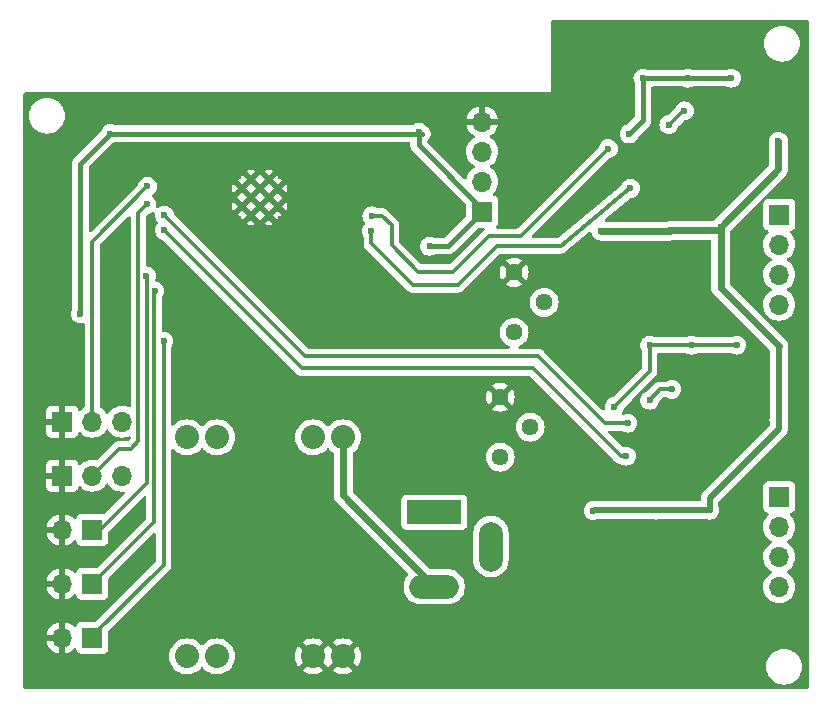
<source format=gbr>
%TF.GenerationSoftware,KiCad,Pcbnew,7.0.1*%
%TF.CreationDate,2023-05-08T21:24:27+02:00*%
%TF.ProjectId,PCB_evenwicht,5043425f-6576-4656-9e77-696368742e6b,rev?*%
%TF.SameCoordinates,Original*%
%TF.FileFunction,Copper,L2,Bot*%
%TF.FilePolarity,Positive*%
%FSLAX46Y46*%
G04 Gerber Fmt 4.6, Leading zero omitted, Abs format (unit mm)*
G04 Created by KiCad (PCBNEW 7.0.1) date 2023-05-08 21:24:27*
%MOMM*%
%LPD*%
G01*
G04 APERTURE LIST*
%TA.AperFunction,HeatsinkPad*%
%ADD10C,0.600000*%
%TD*%
%TA.AperFunction,ComponentPad*%
%ADD11R,1.700000X1.700000*%
%TD*%
%TA.AperFunction,ComponentPad*%
%ADD12O,1.700000X1.700000*%
%TD*%
%TA.AperFunction,ComponentPad*%
%ADD13C,2.032000*%
%TD*%
%TA.AperFunction,ComponentPad*%
%ADD14C,1.440000*%
%TD*%
%TA.AperFunction,ComponentPad*%
%ADD15R,4.600000X2.000000*%
%TD*%
%TA.AperFunction,ComponentPad*%
%ADD16O,4.200000X2.000000*%
%TD*%
%TA.AperFunction,ComponentPad*%
%ADD17O,2.000000X4.200000*%
%TD*%
%TA.AperFunction,ViaPad*%
%ADD18C,0.600000*%
%TD*%
%TA.AperFunction,Conductor*%
%ADD19C,0.300000*%
%TD*%
%TA.AperFunction,Conductor*%
%ADD20C,0.400000*%
%TD*%
%TA.AperFunction,Conductor*%
%ADD21C,0.200000*%
%TD*%
%TA.AperFunction,Conductor*%
%ADD22C,0.500000*%
%TD*%
%TA.AperFunction,Conductor*%
%ADD23C,0.600000*%
%TD*%
G04 APERTURE END LIST*
D10*
%TO.P,U1,39,GND*%
%TO.N,GND*%
X122890000Y-60512500D03*
X122890000Y-62037500D03*
X123652500Y-59750000D03*
X123652500Y-61275000D03*
X123652500Y-62800000D03*
X124415000Y-60512500D03*
X124415000Y-62037500D03*
X125177500Y-59750000D03*
X125177500Y-61275000D03*
X125177500Y-62800000D03*
X125940000Y-60512500D03*
X125940000Y-62037500D03*
%TD*%
D11*
%TO.P,J8,1,Pin_1*%
%TO.N,GND*%
X107696000Y-80264000D03*
D12*
%TO.P,J8,2,Pin_2*%
%TO.N,GPIO34*%
X110236000Y-80264000D03*
%TO.P,J8,3,Pin_3*%
%TO.N,+3.3V*%
X112776000Y-80264000D03*
%TD*%
D13*
%TO.P,U3,1,IN-*%
%TO.N,Net-(J1-Pad2)*%
X131470400Y-81584800D03*
%TO.P,U3,2,IN-*%
X128930400Y-81584800D03*
%TO.P,U3,3,IN+*%
%TO.N,Vmot*%
X120802400Y-81584800D03*
%TO.P,U3,4,IN+*%
X118262400Y-81584800D03*
%TO.P,U3,5,OUT+*%
%TO.N,VDD*%
X118262400Y-100126800D03*
%TO.P,U3,6,OUT+*%
X120802400Y-100126800D03*
%TO.P,U3,7,OUT-*%
%TO.N,GND*%
X128930400Y-100126800D03*
%TO.P,U3,8,OUT-*%
X131470400Y-100126800D03*
%TD*%
D11*
%TO.P,J4,1,Pin_1*%
%TO.N,Net-(IC1-OUT2B)*%
X168402000Y-62738000D03*
D12*
%TO.P,J4,2,Pin_2*%
%TO.N,Net-(IC1-OUT2A)*%
X168402000Y-65278000D03*
%TO.P,J4,3,Pin_3*%
%TO.N,Net-(IC1-OUT1A)*%
X168402000Y-67818000D03*
%TO.P,J4,4,Pin_4*%
%TO.N,Net-(IC1-OUT1B)*%
X168402000Y-70358000D03*
%TD*%
D11*
%TO.P,J2,1,Pin_1*%
%TO.N,+3.3V*%
X143256000Y-62484000D03*
D12*
%TO.P,J2,2,Pin_2*%
%TO.N,RX0*%
X143256000Y-59944000D03*
%TO.P,J2,3,Pin_3*%
%TO.N,TX0*%
X143256000Y-57404000D03*
%TO.P,J2,4,Pin_4*%
%TO.N,GND*%
X143256000Y-54864000D03*
%TD*%
D14*
%TO.P,RV2,1,1*%
%TO.N,+3.3V*%
X144780000Y-83261200D03*
%TO.P,RV2,2,2*%
%TO.N,Net-(IC2-REF)*%
X147320000Y-80721200D03*
%TO.P,RV2,3,3*%
%TO.N,GND*%
X144780000Y-78181200D03*
%TD*%
%TO.P,RV1,1,1*%
%TO.N,+3.3V*%
X145948400Y-72694800D03*
%TO.P,RV1,2,2*%
%TO.N,Net-(IC1-REF)*%
X148488400Y-70154800D03*
%TO.P,RV1,3,3*%
%TO.N,GND*%
X145948400Y-67614800D03*
%TD*%
D11*
%TO.P,J7,1,Pin_1*%
%TO.N,GPIO27*%
X110236000Y-89408000D03*
D12*
%TO.P,J7,2,Pin_2*%
%TO.N,GND*%
X107696000Y-89408000D03*
%TD*%
D11*
%TO.P,J3,1,Pin_1*%
%TO.N,GPIO14*%
X110241000Y-93980000D03*
D12*
%TO.P,J3,2,Pin_2*%
%TO.N,GND*%
X107701000Y-93980000D03*
%TD*%
D11*
%TO.P,J6,1,Pin_1*%
%TO.N,Net-(IC2-OUT2B)*%
X168402000Y-86624000D03*
D12*
%TO.P,J6,2,Pin_2*%
%TO.N,Net-(IC2-OUT2A)*%
X168402000Y-89164000D03*
%TO.P,J6,3,Pin_3*%
%TO.N,Net-(IC2-OUT1A)*%
X168402000Y-91704000D03*
%TO.P,J6,4,Pin_4*%
%TO.N,Net-(IC2-OUT1B)*%
X168402000Y-94244000D03*
%TD*%
D11*
%TO.P,J9,1,Pin_1*%
%TO.N,GPIO12*%
X110241000Y-98552000D03*
D12*
%TO.P,J9,2,Pin_2*%
%TO.N,GND*%
X107701000Y-98552000D03*
%TD*%
D11*
%TO.P,J5,1,Pin_1*%
%TO.N,GND*%
X107696000Y-84836000D03*
D12*
%TO.P,J5,2,Pin_2*%
%TO.N,GPIO35*%
X110236000Y-84836000D03*
%TO.P,J5,3,Pin_3*%
%TO.N,+3.3V*%
X112776000Y-84836000D03*
%TD*%
D15*
%TO.P,J1,1*%
%TO.N,Vmot*%
X139192000Y-87934000D03*
D16*
%TO.P,J1,2*%
%TO.N,Net-(J1-Pad2)*%
X139192000Y-94234000D03*
D17*
%TO.P,J1,3*%
%TO.N,N/C*%
X143992000Y-90834000D03*
%TD*%
D18*
%TO.N,GND*%
X118973600Y-69596000D03*
%TO.N,+3.3V*%
X159308800Y-77520800D03*
X159054800Y-55118000D03*
X155702000Y-55901500D03*
X160981000Y-73787000D03*
X138795000Y-65405000D03*
X160375600Y-53949600D03*
X157425000Y-73787000D03*
X156866900Y-51176100D03*
X154432000Y-78994000D03*
X164811000Y-73787002D03*
X137871200Y-55743600D03*
X157429200Y-78435200D03*
X109220000Y-71120000D03*
X164337998Y-51176100D03*
X111760000Y-55880000D03*
X160676900Y-51176100D03*
%TO.N,GND*%
X157099000Y-65913000D03*
X161340800Y-57708800D03*
X152908000Y-82651600D03*
X160528000Y-81889600D03*
X160731200Y-58318400D03*
X150571200Y-50952400D03*
X164998400Y-59131200D03*
X161137600Y-82499200D03*
X147523200Y-55575200D03*
X159918400Y-82499200D03*
X161950400Y-57708800D03*
X160528000Y-82499200D03*
X154838400Y-59283600D03*
X157628900Y-55494100D03*
X161340800Y-58318400D03*
X150114000Y-100228400D03*
X160731200Y-57708800D03*
X164541200Y-89255600D03*
X155917000Y-91058998D03*
X161137600Y-81280000D03*
X159918400Y-81889600D03*
X112217200Y-67970400D03*
X160731200Y-58928000D03*
X161950400Y-58318400D03*
X160528000Y-81280000D03*
X159406900Y-53208100D03*
X151892000Y-71780400D03*
X165524400Y-63754002D03*
X167233600Y-51511200D03*
X161950400Y-58928000D03*
X159918400Y-81280000D03*
X161137600Y-81889600D03*
X157171000Y-85725000D03*
X161340800Y-58928000D03*
%TO.N,A4*%
X155575000Y-80391000D03*
X116332000Y-62788800D03*
%TO.N,A5*%
X155448000Y-83185000D03*
X116332000Y-64058800D03*
%TO.N,GPIO34*%
X114909600Y-60350400D03*
%TO.N,GPIO35*%
X114858800Y-61874400D03*
%TO.N,GPIO27*%
X114808000Y-67920868D03*
%TO.N,GPIO14*%
X115508300Y-69189600D03*
%TO.N,GPIO12*%
X116281200Y-73456800D03*
%TO.N,GPIO18*%
X133858000Y-64109600D03*
X155803600Y-60502800D03*
%TO.N,GPIO19*%
X133908800Y-62839600D03*
X153924000Y-57150000D03*
%TO.N,Vmot*%
X152654000Y-87795500D03*
X163449400Y-63754000D03*
X168318400Y-56510100D03*
X153310900Y-64091600D03*
X159203700Y-64053900D03*
X168363502Y-80113000D03*
X162505000Y-87757000D03*
X157954500Y-87757000D03*
%TD*%
D19*
%TO.N,GPIO35*%
X114147600Y-62585600D02*
X114858800Y-61874400D01*
X114147600Y-81940400D02*
X114147600Y-62585600D01*
X113538000Y-82550000D02*
X114147600Y-81940400D01*
X112522000Y-82550000D02*
X113538000Y-82550000D01*
X110236000Y-84836000D02*
X112522000Y-82550000D01*
%TO.N,GPIO34*%
X110236000Y-65024000D02*
X114909600Y-60350400D01*
X110236000Y-80264000D02*
X110236000Y-65024000D01*
%TO.N,+3.3V*%
X160223200Y-53949600D02*
X159054800Y-55118000D01*
X157425000Y-76001000D02*
X157425000Y-73787000D01*
D20*
X160676900Y-51176100D02*
X164338000Y-51176100D01*
D19*
X154432000Y-78994000D02*
X157425000Y-76001000D01*
D20*
X137871200Y-55743600D02*
X137871200Y-56861200D01*
X137871200Y-56861200D02*
X143256000Y-62246000D01*
D19*
X160981000Y-73787000D02*
X157425000Y-73787000D01*
D20*
X111760000Y-55880000D02*
X109220000Y-58420000D01*
X156866900Y-51176100D02*
X156866900Y-54736600D01*
X138795000Y-65405000D02*
X140335000Y-65405000D01*
X140335000Y-65405000D02*
X143256000Y-62484000D01*
X156866900Y-54736600D02*
X155702000Y-55901500D01*
X143256000Y-62246000D02*
X143256000Y-62484000D01*
X160676900Y-51176100D02*
X156866900Y-51176100D01*
X138176000Y-55880000D02*
X111760000Y-55880000D01*
D19*
X158343600Y-77520800D02*
X159308800Y-77520800D01*
X160981000Y-73787000D02*
X164810998Y-73787000D01*
X160375600Y-53949600D02*
X160223200Y-53949600D01*
X157429200Y-78435200D02*
X158343600Y-77520800D01*
D21*
X164810998Y-73787000D02*
X164811000Y-73787002D01*
D20*
X109220000Y-58420000D02*
X109220000Y-71120000D01*
D19*
%TO.N,A4*%
X147980400Y-74726800D02*
X153644600Y-80391000D01*
X128270000Y-74726800D02*
X147980400Y-74726800D01*
X116332000Y-62788800D02*
X128270000Y-74726800D01*
X153644600Y-80391000D02*
X155575000Y-80391000D01*
%TO.N,A5*%
X155448000Y-83185000D02*
X154965400Y-83185000D01*
X154965400Y-83185000D02*
X147523200Y-75742800D01*
X147523200Y-75742800D02*
X128016000Y-75742800D01*
X128016000Y-75742800D02*
X116332000Y-64058800D01*
%TO.N,GPIO27*%
X114808000Y-67920868D02*
X114858800Y-67971668D01*
X114858800Y-67971668D02*
X114858800Y-85420200D01*
D21*
X110871000Y-89408000D02*
X110236000Y-89408000D01*
D19*
X114858800Y-85420200D02*
X110871000Y-89408000D01*
%TO.N,GPIO14*%
X115468400Y-88747600D02*
X115468400Y-69229500D01*
X110241000Y-93975000D02*
X115468400Y-88747600D01*
X115468400Y-69229500D02*
X115508300Y-69189600D01*
D21*
X110241000Y-93980000D02*
X110241000Y-93975000D01*
D19*
%TO.N,GPIO12*%
X116281200Y-73456800D02*
X116281200Y-92379800D01*
X116281200Y-92379800D02*
X110241000Y-98420000D01*
%TO.N,GPIO18*%
X141173200Y-68681600D02*
X137363200Y-68681600D01*
X144475200Y-65379600D02*
X141173200Y-68681600D01*
X155803600Y-60502800D02*
X149885400Y-65379600D01*
X149885400Y-65379600D02*
X144475200Y-65379600D01*
X137363200Y-68681600D02*
X133858000Y-65176400D01*
X133858000Y-65176400D02*
X133858000Y-64109600D01*
%TO.N,GPIO19*%
X140817600Y-67564000D02*
X143814800Y-64566800D01*
X135585200Y-63652400D02*
X135585200Y-65328800D01*
X137820400Y-67564000D02*
X140817600Y-67564000D01*
X135585200Y-65328800D02*
X137820400Y-67564000D01*
X146507200Y-64566800D02*
X153924000Y-57150000D01*
X134772400Y-62839600D02*
X135585200Y-63652400D01*
X143814800Y-64566800D02*
X146507200Y-64566800D01*
X133908800Y-62839600D02*
X134772400Y-62839600D01*
D22*
%TO.N,Vmot*%
X157954500Y-87757000D02*
X162505000Y-87757000D01*
D23*
X163449400Y-63754000D02*
X168318400Y-58885000D01*
X163449400Y-68961400D02*
X163449400Y-63754000D01*
D22*
X168363502Y-80874998D02*
X168363502Y-80113000D01*
D20*
X152692500Y-87757000D02*
X152654000Y-87795500D01*
D21*
X153310900Y-64091600D02*
X153349400Y-64130100D01*
D23*
X168363502Y-73875502D02*
X163449400Y-68961400D01*
D21*
X159127500Y-64130100D02*
X159203700Y-64053900D01*
D23*
X168318400Y-58885000D02*
X168318400Y-56510100D01*
X153349400Y-64130100D02*
X159127500Y-64130100D01*
D22*
X162505000Y-86733500D02*
X168363502Y-80874998D01*
X157954500Y-87757000D02*
X152692500Y-87757000D01*
D21*
X163449400Y-63754000D02*
X163293100Y-64053900D01*
D23*
X163293100Y-64053900D02*
X159203700Y-64053900D01*
D22*
X162505000Y-87757000D02*
X162505000Y-86733500D01*
X168363502Y-80113000D02*
X168363502Y-73875502D01*
D23*
%TO.N,Net-(J1-Pad2)*%
X131470400Y-86512400D02*
X139192000Y-94234000D01*
X131470400Y-81584800D02*
X131470400Y-86512400D01*
%TD*%
%TA.AperFunction,Conductor*%
%TO.N,GND*%
G36*
X113445985Y-62881890D02*
G01*
X113483585Y-62925913D01*
X113497100Y-62982208D01*
X113497100Y-78915501D01*
X113481814Y-78975144D01*
X113439725Y-79020082D01*
X113381210Y-79039236D01*
X113320695Y-79027883D01*
X113274365Y-79006279D01*
X113239663Y-78990097D01*
X113167074Y-78970647D01*
X113011407Y-78928936D01*
X112776000Y-78908340D01*
X112540592Y-78928936D01*
X112312336Y-78990097D01*
X112098170Y-79089965D01*
X111904598Y-79225505D01*
X111737505Y-79392598D01*
X111607575Y-79578159D01*
X111563257Y-79617025D01*
X111506000Y-79631036D01*
X111448743Y-79617025D01*
X111404425Y-79578159D01*
X111274494Y-79392598D01*
X111107400Y-79225504D01*
X110939376Y-79107851D01*
X110900510Y-79063533D01*
X110886500Y-79006277D01*
X110886500Y-65344808D01*
X110895939Y-65297355D01*
X110922819Y-65257127D01*
X113285419Y-62894527D01*
X113334782Y-62864277D01*
X113392498Y-62859735D01*
X113445985Y-62881890D01*
G37*
%TD.AperFunction*%
%TA.AperFunction,Conductor*%
G36*
X170869500Y-46255113D02*
G01*
X170914887Y-46300500D01*
X170931500Y-46362500D01*
X170931500Y-102735500D01*
X170914887Y-102797500D01*
X170869500Y-102842887D01*
X170807500Y-102859500D01*
X104528500Y-102859500D01*
X104466500Y-102842887D01*
X104421113Y-102797500D01*
X104404500Y-102735500D01*
X104404500Y-100126800D01*
X116741211Y-100126800D01*
X116759939Y-100364767D01*
X116815662Y-100596873D01*
X116907009Y-100817401D01*
X117031734Y-101020935D01*
X117093273Y-101092988D01*
X117186757Y-101202443D01*
X117368268Y-101357468D01*
X117571795Y-101482189D01*
X117579581Y-101485414D01*
X117792326Y-101573537D01*
X117865654Y-101591141D01*
X118024434Y-101629261D01*
X118262400Y-101647989D01*
X118500366Y-101629261D01*
X118732473Y-101573537D01*
X118953005Y-101482189D01*
X119156532Y-101357468D01*
X119338043Y-101202443D01*
X119438111Y-101085277D01*
X119480486Y-101053201D01*
X119532400Y-101041811D01*
X119584314Y-101053201D01*
X119626688Y-101085277D01*
X119726757Y-101202443D01*
X119908268Y-101357468D01*
X120111795Y-101482189D01*
X120119581Y-101485414D01*
X120332326Y-101573537D01*
X120405654Y-101591141D01*
X120564434Y-101629261D01*
X120802400Y-101647989D01*
X121040366Y-101629261D01*
X121272473Y-101573537D01*
X121493005Y-101482189D01*
X121686576Y-101363569D01*
X128047182Y-101363569D01*
X128240020Y-101481741D01*
X128460481Y-101573060D01*
X128692510Y-101628765D01*
X128930400Y-101647487D01*
X129168289Y-101628765D01*
X129400318Y-101573060D01*
X129620779Y-101481742D01*
X129813615Y-101363570D01*
X129813616Y-101363569D01*
X130587182Y-101363569D01*
X130780020Y-101481741D01*
X131000481Y-101573060D01*
X131232510Y-101628765D01*
X131470400Y-101647487D01*
X131708289Y-101628765D01*
X131940318Y-101573060D01*
X132160779Y-101481742D01*
X132353615Y-101363570D01*
X132353616Y-101363569D01*
X132007247Y-101017200D01*
X167293229Y-101017200D01*
X167311883Y-101254226D01*
X167367386Y-101485414D01*
X167424763Y-101623932D01*
X167458373Y-101705073D01*
X167458374Y-101705074D01*
X167582602Y-101907797D01*
X167737011Y-102088588D01*
X167917802Y-102242997D01*
X167917804Y-102242998D01*
X167917805Y-102242999D01*
X168120527Y-102367227D01*
X168282808Y-102434446D01*
X168340185Y-102458213D01*
X168413224Y-102475748D01*
X168571375Y-102513717D01*
X168808400Y-102532371D01*
X169045425Y-102513717D01*
X169276614Y-102458213D01*
X169496273Y-102367227D01*
X169698995Y-102242999D01*
X169879788Y-102088588D01*
X170034199Y-101907795D01*
X170158427Y-101705073D01*
X170249413Y-101485414D01*
X170304917Y-101254225D01*
X170323571Y-101017200D01*
X170304917Y-100780175D01*
X170249413Y-100548986D01*
X170243023Y-100533560D01*
X170220984Y-100480353D01*
X170158427Y-100329327D01*
X170034199Y-100126605D01*
X170034198Y-100126604D01*
X170034197Y-100126602D01*
X169879788Y-99945811D01*
X169698997Y-99791402D01*
X169591617Y-99725600D01*
X169496273Y-99667173D01*
X169415132Y-99633563D01*
X169276614Y-99576186D01*
X169045426Y-99520683D01*
X168808400Y-99502029D01*
X168571373Y-99520683D01*
X168340185Y-99576186D01*
X168120525Y-99667174D01*
X167917802Y-99791402D01*
X167737011Y-99945811D01*
X167582602Y-100126602D01*
X167458374Y-100329325D01*
X167367386Y-100548985D01*
X167311883Y-100780173D01*
X167293229Y-101017200D01*
X132007247Y-101017200D01*
X131470401Y-100480353D01*
X131470400Y-100480353D01*
X130587182Y-101363569D01*
X129813616Y-101363569D01*
X128930401Y-100480353D01*
X128930400Y-100480353D01*
X128047182Y-101363569D01*
X121686576Y-101363569D01*
X121696532Y-101357468D01*
X121878043Y-101202443D01*
X122033068Y-101020932D01*
X122157789Y-100817405D01*
X122249137Y-100596873D01*
X122304861Y-100364766D01*
X122323589Y-100126800D01*
X127409712Y-100126800D01*
X127428434Y-100364689D01*
X127484139Y-100596718D01*
X127575458Y-100817179D01*
X127693629Y-101010016D01*
X128576846Y-100126801D01*
X129283953Y-100126801D01*
X130167169Y-101010015D01*
X130185826Y-101007807D01*
X130214976Y-101007808D01*
X130233629Y-101010016D01*
X131116846Y-100126801D01*
X131823953Y-100126801D01*
X132707169Y-101010016D01*
X132707170Y-101010015D01*
X132825342Y-100817179D01*
X132916660Y-100596718D01*
X132972365Y-100364689D01*
X132991087Y-100126800D01*
X132972365Y-99888910D01*
X132916660Y-99656881D01*
X132825341Y-99436420D01*
X132707169Y-99243582D01*
X131823953Y-100126800D01*
X131823953Y-100126801D01*
X131116846Y-100126801D01*
X131116846Y-100126800D01*
X130233629Y-99243582D01*
X130214974Y-99245791D01*
X130185827Y-99245791D01*
X130167169Y-99243583D01*
X129283953Y-100126800D01*
X129283953Y-100126801D01*
X128576846Y-100126801D01*
X128576846Y-100126800D01*
X127693629Y-99243582D01*
X127575455Y-99436422D01*
X127484140Y-99656878D01*
X127428434Y-99888910D01*
X127409712Y-100126800D01*
X122323589Y-100126800D01*
X122304861Y-99888834D01*
X122249137Y-99656727D01*
X122244002Y-99644331D01*
X122188146Y-99509483D01*
X122157789Y-99436195D01*
X122033068Y-99232668D01*
X122030427Y-99229576D01*
X121978110Y-99168320D01*
X121878043Y-99051157D01*
X121768588Y-98957673D01*
X121696535Y-98896134D01*
X121696532Y-98896132D01*
X121686573Y-98890029D01*
X128047182Y-98890029D01*
X128930400Y-99773246D01*
X128930401Y-99773246D01*
X129813616Y-98890029D01*
X130587182Y-98890029D01*
X131470400Y-99773246D01*
X131470401Y-99773246D01*
X132353616Y-98890029D01*
X132160779Y-98771858D01*
X131940318Y-98680539D01*
X131708289Y-98624834D01*
X131470400Y-98606112D01*
X131232510Y-98624834D01*
X131000478Y-98680540D01*
X130780022Y-98771855D01*
X130587182Y-98890029D01*
X129813616Y-98890029D01*
X129620779Y-98771858D01*
X129400318Y-98680539D01*
X129168289Y-98624834D01*
X128930400Y-98606112D01*
X128692510Y-98624834D01*
X128460478Y-98680540D01*
X128240022Y-98771855D01*
X128047182Y-98890029D01*
X121686573Y-98890029D01*
X121493005Y-98771411D01*
X121493002Y-98771410D01*
X121493001Y-98771409D01*
X121272473Y-98680062D01*
X121040367Y-98624339D01*
X120802400Y-98605611D01*
X120564432Y-98624339D01*
X120332326Y-98680062D01*
X120111798Y-98771409D01*
X119908264Y-98896134D01*
X119726757Y-99051157D01*
X119626690Y-99168320D01*
X119584314Y-99200398D01*
X119532400Y-99211788D01*
X119480486Y-99200398D01*
X119438110Y-99168320D01*
X119411083Y-99136676D01*
X119338043Y-99051157D01*
X119228588Y-98957673D01*
X119156535Y-98896134D01*
X119156532Y-98896132D01*
X118953005Y-98771411D01*
X118953002Y-98771410D01*
X118953001Y-98771409D01*
X118732473Y-98680062D01*
X118500367Y-98624339D01*
X118262400Y-98605611D01*
X118024432Y-98624339D01*
X117792326Y-98680062D01*
X117571798Y-98771409D01*
X117368264Y-98896134D01*
X117186757Y-99051157D01*
X117031734Y-99232664D01*
X116907009Y-99436198D01*
X116815662Y-99656726D01*
X116759939Y-99888832D01*
X116741211Y-100126800D01*
X104404500Y-100126800D01*
X104404500Y-98802000D01*
X106370364Y-98802000D01*
X106427569Y-99015492D01*
X106527399Y-99229576D01*
X106662893Y-99423081D01*
X106829918Y-99590106D01*
X107023423Y-99725600D01*
X107237507Y-99825430D01*
X107450999Y-99882635D01*
X107451000Y-99882636D01*
X107451000Y-98802000D01*
X106370364Y-98802000D01*
X104404500Y-98802000D01*
X104404500Y-98302000D01*
X106370364Y-98302000D01*
X107451000Y-98302000D01*
X107451000Y-97221364D01*
X107450999Y-97221364D01*
X107237507Y-97278569D01*
X107023421Y-97378400D01*
X106829921Y-97513890D01*
X106662890Y-97680921D01*
X106527400Y-97874421D01*
X106427569Y-98088507D01*
X106370364Y-98301999D01*
X106370364Y-98302000D01*
X104404500Y-98302000D01*
X104404500Y-94230000D01*
X106370364Y-94230000D01*
X106427569Y-94443492D01*
X106527399Y-94657576D01*
X106662893Y-94851081D01*
X106829918Y-95018106D01*
X107023423Y-95153600D01*
X107237507Y-95253430D01*
X107450999Y-95310635D01*
X107451000Y-95310636D01*
X107451000Y-94230000D01*
X106370364Y-94230000D01*
X104404500Y-94230000D01*
X104404500Y-93730000D01*
X106370364Y-93730000D01*
X107451000Y-93730000D01*
X107451000Y-92649364D01*
X107450999Y-92649364D01*
X107237507Y-92706569D01*
X107023421Y-92806400D01*
X106829921Y-92941890D01*
X106662890Y-93108921D01*
X106527400Y-93302421D01*
X106427569Y-93516507D01*
X106370364Y-93729999D01*
X106370364Y-93730000D01*
X104404500Y-93730000D01*
X104404500Y-89658000D01*
X106365364Y-89658000D01*
X106422569Y-89871492D01*
X106522399Y-90085576D01*
X106657893Y-90279081D01*
X106824918Y-90446106D01*
X107018423Y-90581600D01*
X107232507Y-90681430D01*
X107445999Y-90738635D01*
X107446000Y-90738636D01*
X107446000Y-90738635D01*
X107946000Y-90738635D01*
X108159492Y-90681430D01*
X108373576Y-90581600D01*
X108567077Y-90446109D01*
X108689133Y-90324053D01*
X108741880Y-90292757D01*
X108803173Y-90290568D01*
X108858018Y-90318021D01*
X108892996Y-90368399D01*
X108942204Y-90500331D01*
X109028454Y-90615546D01*
X109143669Y-90701796D01*
X109278517Y-90752091D01*
X109338127Y-90758500D01*
X111133872Y-90758499D01*
X111193483Y-90752091D01*
X111328331Y-90701796D01*
X111443546Y-90615546D01*
X111529796Y-90500331D01*
X111580091Y-90365483D01*
X111586500Y-90305873D01*
X111586499Y-89663806D01*
X111595938Y-89616354D01*
X111622815Y-89576129D01*
X114606218Y-86592727D01*
X114655582Y-86562477D01*
X114713298Y-86557935D01*
X114766785Y-86580090D01*
X114804385Y-86624113D01*
X114817900Y-86680408D01*
X114817900Y-88426792D01*
X114808461Y-88474245D01*
X114781581Y-88514473D01*
X110702871Y-92593181D01*
X110662643Y-92620061D01*
X110615190Y-92629500D01*
X109343130Y-92629500D01*
X109283515Y-92635909D01*
X109148669Y-92686204D01*
X109033454Y-92772454D01*
X108947204Y-92887669D01*
X108897997Y-93019599D01*
X108863018Y-93069978D01*
X108808173Y-93097431D01*
X108746880Y-93095242D01*
X108694134Y-93063946D01*
X108572081Y-92941893D01*
X108378576Y-92806399D01*
X108164492Y-92706569D01*
X107951000Y-92649364D01*
X107951000Y-95310635D01*
X108164492Y-95253430D01*
X108378576Y-95153600D01*
X108572077Y-95018109D01*
X108694133Y-94896053D01*
X108746880Y-94864757D01*
X108808173Y-94862568D01*
X108863018Y-94890021D01*
X108897996Y-94940399D01*
X108947204Y-95072331D01*
X109033454Y-95187546D01*
X109148669Y-95273796D01*
X109283517Y-95324091D01*
X109343127Y-95330500D01*
X111138872Y-95330499D01*
X111198483Y-95324091D01*
X111333331Y-95273796D01*
X111448546Y-95187546D01*
X111534796Y-95072331D01*
X111585091Y-94937483D01*
X111591500Y-94877873D01*
X111591499Y-93595806D01*
X111600938Y-93548354D01*
X111627815Y-93508129D01*
X115419018Y-89716927D01*
X115468382Y-89686677D01*
X115526098Y-89682135D01*
X115579585Y-89704290D01*
X115617185Y-89748313D01*
X115630700Y-89804608D01*
X115630700Y-92058992D01*
X115621261Y-92106445D01*
X115594381Y-92146673D01*
X110575871Y-97165181D01*
X110535643Y-97192061D01*
X110488190Y-97201500D01*
X109343130Y-97201500D01*
X109283515Y-97207909D01*
X109148669Y-97258204D01*
X109033454Y-97344454D01*
X108947204Y-97459669D01*
X108897997Y-97591599D01*
X108863018Y-97641978D01*
X108808173Y-97669431D01*
X108746880Y-97667242D01*
X108694134Y-97635946D01*
X108572081Y-97513893D01*
X108378576Y-97378399D01*
X108164492Y-97278569D01*
X107951000Y-97221364D01*
X107951000Y-99882635D01*
X108164492Y-99825430D01*
X108378576Y-99725600D01*
X108572077Y-99590109D01*
X108694133Y-99468053D01*
X108746880Y-99436757D01*
X108808173Y-99434568D01*
X108863018Y-99462021D01*
X108897996Y-99512399D01*
X108947204Y-99644331D01*
X109033454Y-99759546D01*
X109148669Y-99845796D01*
X109283517Y-99896091D01*
X109343127Y-99902500D01*
X111138872Y-99902499D01*
X111198483Y-99896091D01*
X111333331Y-99845796D01*
X111448546Y-99759546D01*
X111534796Y-99644331D01*
X111585091Y-99509483D01*
X111591500Y-99449873D01*
X111591499Y-98040806D01*
X111600938Y-97993354D01*
X111627816Y-97953128D01*
X116680710Y-92900233D01*
X116697364Y-92886892D01*
X116699137Y-92885003D01*
X116699140Y-92885002D01*
X116747113Y-92833914D01*
X116749761Y-92831182D01*
X116770111Y-92810834D01*
X116772815Y-92807346D01*
X116780384Y-92798484D01*
X116811648Y-92765193D01*
X116821869Y-92746599D01*
X116832555Y-92730332D01*
X116845561Y-92713565D01*
X116845563Y-92713563D01*
X116863698Y-92671652D01*
X116868833Y-92661174D01*
X116890826Y-92621170D01*
X116896103Y-92600615D01*
X116902408Y-92582199D01*
X116910836Y-92562726D01*
X116917978Y-92517624D01*
X116920343Y-92506205D01*
X116931700Y-92461977D01*
X116931700Y-92440755D01*
X116933227Y-92421356D01*
X116936547Y-92400395D01*
X116932250Y-92354939D01*
X116931700Y-92343270D01*
X116931700Y-82697926D01*
X116946113Y-82639903D01*
X116986001Y-82595368D01*
X117042093Y-82574675D01*
X117101347Y-82582634D01*
X117149989Y-82617393D01*
X117186757Y-82660443D01*
X117314910Y-82769896D01*
X117349742Y-82799646D01*
X117368268Y-82815468D01*
X117571795Y-82940189D01*
X117576865Y-82942289D01*
X117792326Y-83031537D01*
X117853286Y-83046172D01*
X118024434Y-83087261D01*
X118262400Y-83105989D01*
X118500366Y-83087261D01*
X118732473Y-83031537D01*
X118953005Y-82940189D01*
X119156532Y-82815468D01*
X119338043Y-82660443D01*
X119438111Y-82543277D01*
X119480486Y-82511201D01*
X119532400Y-82499811D01*
X119584314Y-82511201D01*
X119626688Y-82543277D01*
X119726757Y-82660443D01*
X119854910Y-82769896D01*
X119889742Y-82799646D01*
X119908268Y-82815468D01*
X120111795Y-82940189D01*
X120116865Y-82942289D01*
X120332326Y-83031537D01*
X120393286Y-83046172D01*
X120564434Y-83087261D01*
X120802400Y-83105989D01*
X121040366Y-83087261D01*
X121272473Y-83031537D01*
X121493005Y-82940189D01*
X121696532Y-82815468D01*
X121878043Y-82660443D01*
X122033068Y-82478932D01*
X122157789Y-82275405D01*
X122249137Y-82054873D01*
X122304861Y-81822766D01*
X122323589Y-81584800D01*
X127409211Y-81584800D01*
X127427939Y-81822767D01*
X127483662Y-82054873D01*
X127543851Y-82200179D01*
X127575011Y-82275405D01*
X127664534Y-82421494D01*
X127699734Y-82478935D01*
X127761273Y-82550988D01*
X127854757Y-82660443D01*
X127982910Y-82769896D01*
X128017742Y-82799646D01*
X128036268Y-82815468D01*
X128239795Y-82940189D01*
X128244865Y-82942289D01*
X128460326Y-83031537D01*
X128521286Y-83046172D01*
X128692434Y-83087261D01*
X128930400Y-83105989D01*
X129168366Y-83087261D01*
X129400473Y-83031537D01*
X129621005Y-82940189D01*
X129824532Y-82815468D01*
X130006043Y-82660443D01*
X130106111Y-82543277D01*
X130148486Y-82511201D01*
X130200400Y-82499811D01*
X130252314Y-82511201D01*
X130294688Y-82543277D01*
X130394757Y-82660443D01*
X130576268Y-82815468D01*
X130606528Y-82834011D01*
X130610690Y-82836562D01*
X130654090Y-82881700D01*
X130669900Y-82942289D01*
X130669900Y-86602596D01*
X130678417Y-86639918D01*
X130680745Y-86653619D01*
X130685031Y-86691652D01*
X130697672Y-86727780D01*
X130701519Y-86741136D01*
X130710038Y-86778458D01*
X130726650Y-86812953D01*
X130731970Y-86825798D01*
X130744609Y-86861920D01*
X130755170Y-86878727D01*
X130764976Y-86894333D01*
X130771698Y-86906495D01*
X130788308Y-86940986D01*
X130812172Y-86970910D01*
X130820218Y-86982250D01*
X130840584Y-87014662D01*
X136931304Y-93105382D01*
X136961969Y-93156047D01*
X136965639Y-93215156D01*
X136941477Y-93269225D01*
X136831527Y-93410489D01*
X136713170Y-93629194D01*
X136632429Y-93864384D01*
X136591500Y-94109665D01*
X136591500Y-94358335D01*
X136632429Y-94603615D01*
X136668149Y-94707663D01*
X136713172Y-94838810D01*
X136810204Y-95018109D01*
X136831529Y-95057514D01*
X136932737Y-95187545D01*
X136984262Y-95253744D01*
X137167215Y-95422164D01*
X137375393Y-95558173D01*
X137603119Y-95658063D01*
X137844179Y-95719108D01*
X137918480Y-95725264D01*
X138029927Y-95734500D01*
X138029933Y-95734500D01*
X140354067Y-95734500D01*
X140354073Y-95734500D01*
X140455387Y-95726104D01*
X140539821Y-95719108D01*
X140780881Y-95658063D01*
X141008607Y-95558173D01*
X141216785Y-95422164D01*
X141399738Y-95253744D01*
X141552474Y-95057509D01*
X141670828Y-94838810D01*
X141751571Y-94603614D01*
X141792500Y-94358335D01*
X141792500Y-94243999D01*
X167046340Y-94243999D01*
X167066936Y-94479407D01*
X167100217Y-94603614D01*
X167128097Y-94707663D01*
X167227965Y-94921830D01*
X167363505Y-95115401D01*
X167530599Y-95282495D01*
X167724170Y-95418035D01*
X167938337Y-95517903D01*
X168166592Y-95579063D01*
X168402000Y-95599659D01*
X168637408Y-95579063D01*
X168865663Y-95517903D01*
X169079830Y-95418035D01*
X169273401Y-95282495D01*
X169440495Y-95115401D01*
X169576035Y-94921830D01*
X169675903Y-94707663D01*
X169737063Y-94479408D01*
X169757659Y-94244000D01*
X169737063Y-94008592D01*
X169675903Y-93780337D01*
X169576035Y-93566171D01*
X169440495Y-93372599D01*
X169273401Y-93205505D01*
X169087839Y-93075573D01*
X169048975Y-93031257D01*
X169034964Y-92974000D01*
X169048975Y-92916743D01*
X169087839Y-92872426D01*
X169273401Y-92742495D01*
X169440495Y-92575401D01*
X169576035Y-92381830D01*
X169675903Y-92167663D01*
X169737063Y-91939408D01*
X169757659Y-91704000D01*
X169737063Y-91468592D01*
X169675903Y-91240337D01*
X169576035Y-91026171D01*
X169440495Y-90832599D01*
X169273401Y-90665505D01*
X169087839Y-90535573D01*
X169048976Y-90491257D01*
X169034965Y-90434000D01*
X169048976Y-90376743D01*
X169087839Y-90332426D01*
X169273401Y-90202495D01*
X169440495Y-90035401D01*
X169576035Y-89841830D01*
X169675903Y-89627663D01*
X169737063Y-89399408D01*
X169757659Y-89164000D01*
X169737063Y-88928592D01*
X169675903Y-88700337D01*
X169576035Y-88486171D01*
X169440495Y-88292599D01*
X169318569Y-88170673D01*
X169287273Y-88117927D01*
X169285084Y-88056634D01*
X169312537Y-88001789D01*
X169362916Y-87966810D01*
X169494331Y-87917796D01*
X169609546Y-87831546D01*
X169695796Y-87716331D01*
X169746091Y-87581483D01*
X169752500Y-87521873D01*
X169752499Y-85726128D01*
X169746091Y-85666517D01*
X169695796Y-85531669D01*
X169609546Y-85416454D01*
X169494331Y-85330204D01*
X169359483Y-85279909D01*
X169299873Y-85273500D01*
X169299869Y-85273500D01*
X167504130Y-85273500D01*
X167444515Y-85279909D01*
X167309669Y-85330204D01*
X167194454Y-85416454D01*
X167108204Y-85531668D01*
X167057909Y-85666515D01*
X167057909Y-85666517D01*
X167053514Y-85707401D01*
X167051500Y-85726130D01*
X167051500Y-87521869D01*
X167057507Y-87577745D01*
X167057909Y-87581483D01*
X167108204Y-87716331D01*
X167194454Y-87831546D01*
X167309669Y-87917796D01*
X167421907Y-87959658D01*
X167441082Y-87966810D01*
X167491462Y-88001789D01*
X167518915Y-88056634D01*
X167516726Y-88117926D01*
X167485431Y-88170673D01*
X167363503Y-88292601D01*
X167227965Y-88486170D01*
X167128097Y-88700336D01*
X167066936Y-88928592D01*
X167046340Y-89164000D01*
X167066936Y-89399407D01*
X167090187Y-89486179D01*
X167128097Y-89627663D01*
X167227965Y-89841830D01*
X167363505Y-90035401D01*
X167530599Y-90202495D01*
X167716160Y-90332426D01*
X167755024Y-90376743D01*
X167769035Y-90434000D01*
X167755024Y-90491257D01*
X167716159Y-90535575D01*
X167530595Y-90665508D01*
X167363505Y-90832598D01*
X167227965Y-91026170D01*
X167128097Y-91240336D01*
X167066936Y-91468592D01*
X167046340Y-91704000D01*
X167066936Y-91939407D01*
X167082120Y-91996073D01*
X167128097Y-92167663D01*
X167227965Y-92381830D01*
X167363505Y-92575401D01*
X167530599Y-92742495D01*
X167716160Y-92872426D01*
X167755024Y-92916743D01*
X167769035Y-92974000D01*
X167755024Y-93031257D01*
X167716159Y-93075575D01*
X167530595Y-93205508D01*
X167363505Y-93372598D01*
X167227965Y-93566170D01*
X167128097Y-93780336D01*
X167066936Y-94008592D01*
X167046340Y-94243999D01*
X141792500Y-94243999D01*
X141792500Y-94109665D01*
X141751571Y-93864386D01*
X141670828Y-93629190D01*
X141552474Y-93410491D01*
X141552471Y-93410487D01*
X141552470Y-93410485D01*
X141399740Y-93214259D01*
X141399738Y-93214256D01*
X141216785Y-93045836D01*
X141008607Y-92909827D01*
X141008604Y-92909825D01*
X140883523Y-92854960D01*
X140780881Y-92809937D01*
X140539821Y-92748892D01*
X140539819Y-92748891D01*
X140539816Y-92748891D01*
X140354073Y-92733500D01*
X140354067Y-92733500D01*
X138874940Y-92733500D01*
X138827487Y-92724061D01*
X138787259Y-92697181D01*
X138086151Y-91996073D01*
X142491500Y-91996073D01*
X142506891Y-92181816D01*
X142506891Y-92181819D01*
X142506892Y-92181821D01*
X142567937Y-92422881D01*
X142585086Y-92461977D01*
X142667825Y-92650604D01*
X142667827Y-92650607D01*
X142803836Y-92858785D01*
X142972256Y-93041738D01*
X143000789Y-93063946D01*
X143168485Y-93194470D01*
X143168487Y-93194471D01*
X143168491Y-93194474D01*
X143387190Y-93312828D01*
X143622386Y-93393571D01*
X143867665Y-93434500D01*
X144116335Y-93434500D01*
X144361614Y-93393571D01*
X144596810Y-93312828D01*
X144815509Y-93194474D01*
X145011744Y-93041738D01*
X145180164Y-92858785D01*
X145316173Y-92650607D01*
X145416063Y-92422881D01*
X145477108Y-92181821D01*
X145492500Y-91996067D01*
X145492500Y-89671933D01*
X145491345Y-89658000D01*
X145477108Y-89486183D01*
X145477108Y-89486179D01*
X145416063Y-89245119D01*
X145316173Y-89017393D01*
X145180164Y-88809215D01*
X145011744Y-88626262D01*
X144953422Y-88580868D01*
X144815514Y-88473529D01*
X144815510Y-88473526D01*
X144815509Y-88473526D01*
X144596810Y-88355172D01*
X144596806Y-88355170D01*
X144596805Y-88355170D01*
X144361615Y-88274429D01*
X144116335Y-88233500D01*
X143867665Y-88233500D01*
X143622384Y-88274429D01*
X143387194Y-88355170D01*
X143168485Y-88473529D01*
X142972259Y-88626259D01*
X142803837Y-88809214D01*
X142667825Y-89017395D01*
X142598110Y-89176331D01*
X142567937Y-89245119D01*
X142528866Y-89399407D01*
X142506891Y-89486183D01*
X142491500Y-89671927D01*
X142491500Y-91996073D01*
X138086151Y-91996073D01*
X135071947Y-88981869D01*
X136391500Y-88981869D01*
X136397909Y-89041483D01*
X136448204Y-89176331D01*
X136534454Y-89291546D01*
X136649669Y-89377796D01*
X136784517Y-89428091D01*
X136844127Y-89434500D01*
X141539872Y-89434499D01*
X141599483Y-89428091D01*
X141734331Y-89377796D01*
X141849546Y-89291546D01*
X141935796Y-89176331D01*
X141986091Y-89041483D01*
X141992500Y-88981873D01*
X141992499Y-86886128D01*
X141986091Y-86826517D01*
X141935796Y-86691669D01*
X141849546Y-86576454D01*
X141734331Y-86490204D01*
X141599483Y-86439909D01*
X141539873Y-86433500D01*
X141539869Y-86433500D01*
X136844130Y-86433500D01*
X136784515Y-86439909D01*
X136649669Y-86490204D01*
X136534454Y-86576454D01*
X136448204Y-86691668D01*
X136397909Y-86826515D01*
X136397909Y-86826517D01*
X136394103Y-86861922D01*
X136391500Y-86886130D01*
X136391500Y-88981869D01*
X135071947Y-88981869D01*
X132307219Y-86217141D01*
X132280339Y-86176913D01*
X132270900Y-86129460D01*
X132270900Y-83261199D01*
X143554837Y-83261199D01*
X143573450Y-83473944D01*
X143628724Y-83680231D01*
X143718979Y-83873782D01*
X143841471Y-84048720D01*
X143992479Y-84199728D01*
X144167417Y-84322220D01*
X144167418Y-84322220D01*
X144167419Y-84322221D01*
X144360970Y-84412476D01*
X144567253Y-84467749D01*
X144709084Y-84480157D01*
X144779999Y-84486362D01*
X144779999Y-84486361D01*
X144780000Y-84486362D01*
X144992747Y-84467749D01*
X145199030Y-84412476D01*
X145392581Y-84322221D01*
X145567519Y-84199729D01*
X145718529Y-84048719D01*
X145841021Y-83873781D01*
X145931276Y-83680230D01*
X145986549Y-83473947D01*
X146005162Y-83261200D01*
X145986549Y-83048453D01*
X145931276Y-82842170D01*
X145841021Y-82648619D01*
X145819157Y-82617394D01*
X145718528Y-82473679D01*
X145567520Y-82322671D01*
X145392582Y-82200179D01*
X145199031Y-82109924D01*
X144992744Y-82054650D01*
X144780000Y-82036037D01*
X144567255Y-82054650D01*
X144360968Y-82109924D01*
X144167417Y-82200179D01*
X143992479Y-82322671D01*
X143841471Y-82473679D01*
X143718979Y-82648617D01*
X143628724Y-82842168D01*
X143573450Y-83048455D01*
X143554837Y-83261199D01*
X132270900Y-83261199D01*
X132270900Y-82942289D01*
X132286710Y-82881700D01*
X132330110Y-82836562D01*
X132332324Y-82835204D01*
X132364532Y-82815468D01*
X132546043Y-82660443D01*
X132701068Y-82478932D01*
X132825789Y-82275405D01*
X132917137Y-82054873D01*
X132972861Y-81822766D01*
X132991589Y-81584800D01*
X132972861Y-81346834D01*
X132924812Y-81146696D01*
X132917137Y-81114726D01*
X132842254Y-80933944D01*
X132825789Y-80894195D01*
X132719778Y-80721200D01*
X146094837Y-80721200D01*
X146113450Y-80933944D01*
X146168724Y-81140231D01*
X146258979Y-81333782D01*
X146381471Y-81508720D01*
X146532479Y-81659728D01*
X146707417Y-81782220D01*
X146707418Y-81782220D01*
X146707419Y-81782221D01*
X146900970Y-81872476D01*
X147107253Y-81927749D01*
X147320000Y-81946362D01*
X147532747Y-81927749D01*
X147739030Y-81872476D01*
X147932581Y-81782221D01*
X148107519Y-81659729D01*
X148258529Y-81508719D01*
X148381021Y-81333781D01*
X148471276Y-81140230D01*
X148526549Y-80933947D01*
X148545162Y-80721200D01*
X148526549Y-80508453D01*
X148471276Y-80302170D01*
X148381021Y-80108619D01*
X148349506Y-80063611D01*
X148258528Y-79933679D01*
X148107520Y-79782671D01*
X147932582Y-79660179D01*
X147739031Y-79569924D01*
X147532744Y-79514650D01*
X147319999Y-79496037D01*
X147107255Y-79514650D01*
X146900968Y-79569924D01*
X146707417Y-79660179D01*
X146532479Y-79782671D01*
X146381471Y-79933679D01*
X146258979Y-80108617D01*
X146168724Y-80302168D01*
X146113450Y-80508455D01*
X146094837Y-80721200D01*
X132719778Y-80721200D01*
X132701068Y-80690668D01*
X132546043Y-80509157D01*
X132385474Y-80372018D01*
X132364535Y-80354134D01*
X132279734Y-80302168D01*
X132161005Y-80229411D01*
X132161002Y-80229410D01*
X132161001Y-80229409D01*
X131940473Y-80138062D01*
X131708367Y-80082339D01*
X131470400Y-80063611D01*
X131232432Y-80082339D01*
X131000326Y-80138062D01*
X130779798Y-80229409D01*
X130576264Y-80354134D01*
X130394757Y-80509157D01*
X130294690Y-80626320D01*
X130252314Y-80658398D01*
X130200400Y-80669788D01*
X130148486Y-80658398D01*
X130106110Y-80626320D01*
X130061622Y-80574232D01*
X130006043Y-80509157D01*
X129845474Y-80372018D01*
X129824535Y-80354134D01*
X129739734Y-80302168D01*
X129621005Y-80229411D01*
X129621002Y-80229410D01*
X129621001Y-80229409D01*
X129400473Y-80138062D01*
X129168367Y-80082339D01*
X128930400Y-80063611D01*
X128692432Y-80082339D01*
X128460326Y-80138062D01*
X128239798Y-80229409D01*
X128036264Y-80354134D01*
X127854757Y-80509157D01*
X127699734Y-80690664D01*
X127575009Y-80894198D01*
X127483662Y-81114726D01*
X127427939Y-81346832D01*
X127409211Y-81584800D01*
X122323589Y-81584800D01*
X122304861Y-81346834D01*
X122256812Y-81146696D01*
X122249137Y-81114726D01*
X122174254Y-80933944D01*
X122157789Y-80894195D01*
X122033068Y-80690668D01*
X121878043Y-80509157D01*
X121717474Y-80372018D01*
X121696535Y-80354134D01*
X121611734Y-80302168D01*
X121493005Y-80229411D01*
X121493002Y-80229410D01*
X121493001Y-80229409D01*
X121272473Y-80138062D01*
X121040367Y-80082339D01*
X120802400Y-80063611D01*
X120564432Y-80082339D01*
X120332326Y-80138062D01*
X120111798Y-80229409D01*
X119908264Y-80354134D01*
X119726757Y-80509157D01*
X119626690Y-80626320D01*
X119584314Y-80658398D01*
X119532400Y-80669788D01*
X119480486Y-80658398D01*
X119438110Y-80626320D01*
X119393622Y-80574232D01*
X119338043Y-80509157D01*
X119177474Y-80372018D01*
X119156535Y-80354134D01*
X119071734Y-80302168D01*
X118953005Y-80229411D01*
X118953002Y-80229410D01*
X118953001Y-80229409D01*
X118732473Y-80138062D01*
X118500367Y-80082339D01*
X118262400Y-80063611D01*
X118024432Y-80082339D01*
X117792326Y-80138062D01*
X117571798Y-80229409D01*
X117368264Y-80354134D01*
X117186757Y-80509157D01*
X117149990Y-80552206D01*
X117101347Y-80586966D01*
X117042093Y-80594925D01*
X116986001Y-80574232D01*
X116946113Y-80529697D01*
X116931700Y-80471674D01*
X116931700Y-79202783D01*
X144111967Y-79202783D01*
X144167670Y-79241787D01*
X144361138Y-79332002D01*
X144567342Y-79387255D01*
X144780000Y-79405860D01*
X144992657Y-79387255D01*
X145198861Y-79332002D01*
X145392325Y-79241789D01*
X145448030Y-79202783D01*
X144780001Y-78534753D01*
X144780000Y-78534753D01*
X144111967Y-79202783D01*
X116931700Y-79202783D01*
X116931700Y-78181199D01*
X143555339Y-78181199D01*
X143573944Y-78393857D01*
X143629197Y-78600061D01*
X143719410Y-78793526D01*
X143758415Y-78849230D01*
X143758416Y-78849231D01*
X144426447Y-78181201D01*
X145133553Y-78181201D01*
X145801583Y-78849230D01*
X145840589Y-78793525D01*
X145930802Y-78600061D01*
X145986055Y-78393857D01*
X146004660Y-78181199D01*
X145986055Y-77968542D01*
X145930802Y-77762338D01*
X145840587Y-77568870D01*
X145801583Y-77513167D01*
X145133553Y-78181200D01*
X145133553Y-78181201D01*
X144426447Y-78181201D01*
X144426447Y-78181200D01*
X143758414Y-77513167D01*
X143719411Y-77568872D01*
X143629197Y-77762338D01*
X143573944Y-77968542D01*
X143555339Y-78181199D01*
X116931700Y-78181199D01*
X116931700Y-77159614D01*
X144111967Y-77159614D01*
X144780000Y-77827647D01*
X144780001Y-77827647D01*
X145448031Y-77159616D01*
X145448030Y-77159615D01*
X145392326Y-77120610D01*
X145198861Y-77030397D01*
X144992657Y-76975144D01*
X144780000Y-76956539D01*
X144567342Y-76975144D01*
X144361138Y-77030397D01*
X144167672Y-77120611D01*
X144111967Y-77159614D01*
X116931700Y-77159614D01*
X116931700Y-73961868D01*
X116950706Y-73895896D01*
X116958834Y-73882960D01*
X117006989Y-73806322D01*
X117066568Y-73636055D01*
X117086765Y-73456800D01*
X117066568Y-73277545D01*
X117006989Y-73107278D01*
X116911016Y-72954538D01*
X116911015Y-72954537D01*
X116911014Y-72954535D01*
X116783464Y-72826985D01*
X116721067Y-72787779D01*
X116630722Y-72731011D01*
X116460455Y-72671432D01*
X116460453Y-72671431D01*
X116460451Y-72671431D01*
X116281201Y-72651234D01*
X116260817Y-72653531D01*
X116256785Y-72653985D01*
X116189100Y-72642487D01*
X116137907Y-72596739D01*
X116118900Y-72530766D01*
X116118900Y-69758169D01*
X116137906Y-69692197D01*
X116163398Y-69651625D01*
X116234089Y-69539122D01*
X116293668Y-69368855D01*
X116313865Y-69189600D01*
X116293668Y-69010345D01*
X116234089Y-68840078D01*
X116138116Y-68687338D01*
X116138115Y-68687337D01*
X116138114Y-68687335D01*
X116010564Y-68559785D01*
X115908775Y-68495827D01*
X115857822Y-68463811D01*
X115687555Y-68404232D01*
X115687551Y-68404231D01*
X115687550Y-68404231D01*
X115649077Y-68399896D01*
X115596988Y-68381669D01*
X115557967Y-68342647D01*
X115539741Y-68290559D01*
X115545920Y-68235721D01*
X115593368Y-68100123D01*
X115613565Y-67920867D01*
X115593368Y-67741616D01*
X115593368Y-67741613D01*
X115533789Y-67571346D01*
X115437816Y-67418606D01*
X115437815Y-67418605D01*
X115437814Y-67418603D01*
X115310264Y-67291053D01*
X115158889Y-67195938D01*
X115157522Y-67195079D01*
X114987255Y-67135500D01*
X114987251Y-67135499D01*
X114987250Y-67135499D01*
X114908216Y-67126594D01*
X114852248Y-67105828D01*
X114812470Y-67061315D01*
X114798100Y-67003374D01*
X114798100Y-62906408D01*
X114807539Y-62858956D01*
X114834416Y-62818729D01*
X114957028Y-62696116D01*
X114990902Y-62672082D01*
X115030818Y-62660583D01*
X115038055Y-62659768D01*
X115208322Y-62600189D01*
X115355520Y-62507697D01*
X115421492Y-62488692D01*
X115487464Y-62507698D01*
X115533212Y-62558890D01*
X115544712Y-62626575D01*
X115526434Y-62788799D01*
X115546631Y-62968051D01*
X115546631Y-62968053D01*
X115546632Y-62968055D01*
X115606211Y-63138322D01*
X115657991Y-63220730D01*
X115702185Y-63291064D01*
X115747240Y-63336119D01*
X115779334Y-63391706D01*
X115779334Y-63455894D01*
X115747240Y-63511481D01*
X115702185Y-63556535D01*
X115614879Y-63695483D01*
X115606211Y-63709278D01*
X115557665Y-63848015D01*
X115546631Y-63879548D01*
X115526434Y-64058800D01*
X115546631Y-64238051D01*
X115546631Y-64238053D01*
X115546632Y-64238055D01*
X115606211Y-64408322D01*
X115662979Y-64498667D01*
X115702185Y-64561064D01*
X115829735Y-64688614D01*
X115829737Y-64688615D01*
X115829738Y-64688616D01*
X115982478Y-64784589D01*
X116152745Y-64844168D01*
X116159981Y-64844983D01*
X116199896Y-64856482D01*
X116233776Y-64880522D01*
X127495564Y-76142310D01*
X127508912Y-76158969D01*
X127561831Y-76208664D01*
X127564628Y-76211375D01*
X127584961Y-76231708D01*
X127588442Y-76234408D01*
X127597325Y-76241994D01*
X127630607Y-76273248D01*
X127641251Y-76279099D01*
X127649204Y-76283472D01*
X127665464Y-76294152D01*
X127682236Y-76307162D01*
X127724140Y-76325295D01*
X127734620Y-76330429D01*
X127774632Y-76352427D01*
X127795195Y-76357706D01*
X127813598Y-76364007D01*
X127833073Y-76372435D01*
X127878175Y-76379578D01*
X127889570Y-76381937D01*
X127933823Y-76393300D01*
X127955051Y-76393300D01*
X127974449Y-76394826D01*
X127995405Y-76398146D01*
X128040851Y-76393850D01*
X128052521Y-76393300D01*
X147202392Y-76393300D01*
X147249845Y-76402739D01*
X147290073Y-76429619D01*
X154444964Y-83584510D01*
X154458312Y-83601169D01*
X154511231Y-83650864D01*
X154514028Y-83653575D01*
X154534361Y-83673908D01*
X154537842Y-83676608D01*
X154546725Y-83684194D01*
X154580007Y-83715448D01*
X154590651Y-83721299D01*
X154598604Y-83725672D01*
X154614864Y-83736352D01*
X154631636Y-83749362D01*
X154673540Y-83767495D01*
X154684020Y-83772629D01*
X154724032Y-83794627D01*
X154744595Y-83799906D01*
X154762998Y-83806207D01*
X154782473Y-83814635D01*
X154827575Y-83821778D01*
X154838970Y-83824137D01*
X154883223Y-83835500D01*
X154904452Y-83835500D01*
X154923848Y-83837026D01*
X154944805Y-83840346D01*
X154944806Y-83840345D01*
X154955591Y-83842054D01*
X154979317Y-83843706D01*
X155016618Y-83859352D01*
X155098478Y-83910789D01*
X155268745Y-83970368D01*
X155448000Y-83990565D01*
X155627255Y-83970368D01*
X155797522Y-83910789D01*
X155950262Y-83814816D01*
X156077816Y-83687262D01*
X156173789Y-83534522D01*
X156233368Y-83364255D01*
X156253565Y-83185000D01*
X156233368Y-83005745D01*
X156173789Y-82835478D01*
X156077816Y-82682738D01*
X156077815Y-82682737D01*
X156077814Y-82682735D01*
X155950264Y-82555185D01*
X155887867Y-82515979D01*
X155797522Y-82459211D01*
X155627255Y-82399632D01*
X155627253Y-82399631D01*
X155627251Y-82399631D01*
X155448000Y-82379434D01*
X155268745Y-82399631D01*
X155217264Y-82417645D01*
X155148718Y-82421494D01*
X155088630Y-82388284D01*
X153953527Y-81253181D01*
X153923277Y-81203818D01*
X153918735Y-81146102D01*
X153940890Y-81092615D01*
X153984913Y-81055015D01*
X154041208Y-81041500D01*
X155069932Y-81041500D01*
X155135903Y-81060505D01*
X155225478Y-81116789D01*
X155395745Y-81176368D01*
X155575000Y-81196565D01*
X155754255Y-81176368D01*
X155924522Y-81116789D01*
X156077262Y-81020816D01*
X156204816Y-80893262D01*
X156300789Y-80740522D01*
X156360368Y-80570255D01*
X156380565Y-80391000D01*
X156360368Y-80211745D01*
X156300789Y-80041478D01*
X156204816Y-79888738D01*
X156204815Y-79888737D01*
X156204814Y-79888735D01*
X156077264Y-79761185D01*
X155939501Y-79674623D01*
X155924522Y-79665211D01*
X155754255Y-79605632D01*
X155754253Y-79605631D01*
X155754251Y-79605631D01*
X155575000Y-79585434D01*
X155395747Y-79605631D01*
X155214100Y-79669192D01*
X155153748Y-79674623D01*
X155098028Y-79650807D01*
X155060247Y-79603431D01*
X155049427Y-79543809D01*
X155068152Y-79486178D01*
X155118619Y-79405860D01*
X155157789Y-79343522D01*
X155217368Y-79173255D01*
X155218183Y-79166018D01*
X155229682Y-79126103D01*
X155253719Y-79092225D01*
X155910744Y-78435200D01*
X156623634Y-78435200D01*
X156643831Y-78614451D01*
X156643831Y-78614453D01*
X156643832Y-78614455D01*
X156703411Y-78784722D01*
X156708943Y-78793526D01*
X156799385Y-78937464D01*
X156926935Y-79065014D01*
X156926937Y-79065015D01*
X156926938Y-79065016D01*
X157079678Y-79160989D01*
X157249945Y-79220568D01*
X157429200Y-79240765D01*
X157608455Y-79220568D01*
X157778722Y-79160989D01*
X157931462Y-79065016D01*
X158059016Y-78937462D01*
X158154989Y-78784722D01*
X158214568Y-78614455D01*
X158215383Y-78607218D01*
X158226882Y-78567303D01*
X158250916Y-78533428D01*
X158576729Y-78207616D01*
X158616955Y-78180739D01*
X158664408Y-78171300D01*
X158803732Y-78171300D01*
X158869703Y-78190305D01*
X158959278Y-78246589D01*
X159129545Y-78306168D01*
X159308800Y-78326365D01*
X159488055Y-78306168D01*
X159658322Y-78246589D01*
X159811062Y-78150616D01*
X159938616Y-78023062D01*
X160034589Y-77870322D01*
X160094168Y-77700055D01*
X160114365Y-77520800D01*
X160094168Y-77341545D01*
X160034589Y-77171278D01*
X159938616Y-77018538D01*
X159938615Y-77018537D01*
X159938614Y-77018535D01*
X159811064Y-76890985D01*
X159747896Y-76851294D01*
X159658322Y-76795011D01*
X159488055Y-76735432D01*
X159488053Y-76735431D01*
X159488051Y-76735431D01*
X159308800Y-76715234D01*
X159129548Y-76735431D01*
X159129545Y-76735431D01*
X159129545Y-76735432D01*
X158959278Y-76795011D01*
X158959276Y-76795011D01*
X158959276Y-76795012D01*
X158869704Y-76851294D01*
X158803732Y-76870300D01*
X158429105Y-76870300D01*
X158407895Y-76867958D01*
X158335338Y-76870239D01*
X158331443Y-76870300D01*
X158302671Y-76870300D01*
X158298290Y-76870853D01*
X158286659Y-76871768D01*
X158241028Y-76873202D01*
X158220652Y-76879122D01*
X158201606Y-76883067D01*
X158180539Y-76885728D01*
X158138087Y-76902536D01*
X158127039Y-76906319D01*
X158083200Y-76919056D01*
X158064930Y-76929861D01*
X158047462Y-76938418D01*
X158036063Y-76942932D01*
X158027726Y-76946233D01*
X157990791Y-76973066D01*
X157981035Y-76979475D01*
X157941735Y-77002718D01*
X157926725Y-77017728D01*
X157911936Y-77030358D01*
X157894764Y-77042834D01*
X157865657Y-77078018D01*
X157857796Y-77086656D01*
X157330975Y-77613477D01*
X157297097Y-77637515D01*
X157257182Y-77649016D01*
X157249943Y-77649831D01*
X157079680Y-77709409D01*
X156926935Y-77805385D01*
X156799385Y-77932935D01*
X156742755Y-78023062D01*
X156703411Y-78085678D01*
X156662373Y-78202958D01*
X156643831Y-78255948D01*
X156623634Y-78435200D01*
X155910744Y-78435200D01*
X157824513Y-76521431D01*
X157841162Y-76508094D01*
X157842936Y-76506204D01*
X157842940Y-76506202D01*
X157890898Y-76455130D01*
X157893546Y-76452398D01*
X157913911Y-76432035D01*
X157916611Y-76428552D01*
X157924187Y-76419681D01*
X157955448Y-76386393D01*
X157965675Y-76367787D01*
X157976348Y-76351539D01*
X157989362Y-76334764D01*
X158007495Y-76292857D01*
X158012625Y-76282387D01*
X158034627Y-76242368D01*
X158039903Y-76221813D01*
X158046206Y-76203402D01*
X158054635Y-76183927D01*
X158061777Y-76138825D01*
X158064140Y-76127418D01*
X158075500Y-76083177D01*
X158075500Y-76061949D01*
X158077027Y-76042550D01*
X158080346Y-76021595D01*
X158076050Y-75976148D01*
X158075500Y-75964479D01*
X158075500Y-74561500D01*
X158092113Y-74499500D01*
X158137500Y-74454113D01*
X158199500Y-74437500D01*
X160475932Y-74437500D01*
X160541903Y-74456505D01*
X160631478Y-74512789D01*
X160801745Y-74572368D01*
X160981000Y-74592565D01*
X161160255Y-74572368D01*
X161330522Y-74512789D01*
X161420096Y-74456505D01*
X161486068Y-74437500D01*
X164305929Y-74437500D01*
X164371900Y-74456505D01*
X164461478Y-74512791D01*
X164631745Y-74572370D01*
X164811000Y-74592567D01*
X164990255Y-74572370D01*
X165160522Y-74512791D01*
X165313262Y-74416818D01*
X165440816Y-74289264D01*
X165536789Y-74136524D01*
X165596368Y-73966257D01*
X165616565Y-73787002D01*
X165596368Y-73607747D01*
X165536789Y-73437480D01*
X165440816Y-73284740D01*
X165440815Y-73284739D01*
X165440814Y-73284737D01*
X165313264Y-73157187D01*
X165233831Y-73107276D01*
X165160522Y-73061213D01*
X164990255Y-73001634D01*
X164990253Y-73001633D01*
X164990251Y-73001633D01*
X164811000Y-72981436D01*
X164631748Y-73001633D01*
X164631745Y-73001633D01*
X164631745Y-73001634D01*
X164461478Y-73061213D01*
X164377738Y-73113831D01*
X164371908Y-73117494D01*
X164305936Y-73136500D01*
X161486068Y-73136500D01*
X161420096Y-73117494D01*
X161403834Y-73107276D01*
X161330522Y-73061211D01*
X161160255Y-73001632D01*
X161160253Y-73001631D01*
X161160251Y-73001631D01*
X160981000Y-72981434D01*
X160801748Y-73001631D01*
X160801745Y-73001631D01*
X160801745Y-73001632D01*
X160631478Y-73061211D01*
X160631476Y-73061211D01*
X160631476Y-73061212D01*
X160541904Y-73117494D01*
X160475932Y-73136500D01*
X157930068Y-73136500D01*
X157864096Y-73117494D01*
X157847834Y-73107276D01*
X157774522Y-73061211D01*
X157604255Y-73001632D01*
X157604253Y-73001631D01*
X157604251Y-73001631D01*
X157425000Y-72981434D01*
X157245748Y-73001631D01*
X157245745Y-73001631D01*
X157245745Y-73001632D01*
X157075478Y-73061211D01*
X157075476Y-73061211D01*
X157075476Y-73061212D01*
X156922735Y-73157185D01*
X156795185Y-73284735D01*
X156759674Y-73341251D01*
X156699211Y-73437478D01*
X156683520Y-73482320D01*
X156639631Y-73607748D01*
X156619434Y-73786999D01*
X156639631Y-73966251D01*
X156639631Y-73966253D01*
X156639632Y-73966255D01*
X156699211Y-74136522D01*
X156736805Y-74196352D01*
X156755494Y-74226096D01*
X156774500Y-74292068D01*
X156774500Y-75680192D01*
X156765061Y-75727645D01*
X156738181Y-75767873D01*
X154333775Y-78172277D01*
X154299897Y-78196315D01*
X154259982Y-78207816D01*
X154252743Y-78208631D01*
X154082480Y-78268209D01*
X153929735Y-78364185D01*
X153802185Y-78491735D01*
X153706212Y-78644476D01*
X153646631Y-78814748D01*
X153626434Y-78994000D01*
X153645027Y-79159015D01*
X153636893Y-79219063D01*
X153601276Y-79268087D01*
X153546680Y-79294379D01*
X153486145Y-79291660D01*
X153434126Y-79260580D01*
X148500834Y-74327288D01*
X148487491Y-74310633D01*
X148434566Y-74260934D01*
X148431769Y-74258223D01*
X148411434Y-74237888D01*
X148407947Y-74235183D01*
X148399071Y-74227601D01*
X148365794Y-74196352D01*
X148347193Y-74186126D01*
X148330932Y-74175445D01*
X148314164Y-74162438D01*
X148272270Y-74144308D01*
X148261779Y-74139169D01*
X148221767Y-74117172D01*
X148201200Y-74111891D01*
X148182798Y-74105591D01*
X148163324Y-74097164D01*
X148118237Y-74090023D01*
X148106798Y-74087654D01*
X148062578Y-74076300D01*
X148062577Y-74076300D01*
X148041355Y-74076300D01*
X148021956Y-74074773D01*
X148000996Y-74071453D01*
X148000995Y-74071453D01*
X147978958Y-74073536D01*
X147955539Y-74075750D01*
X147943870Y-74076300D01*
X146433041Y-74076300D01*
X146369176Y-74058589D01*
X146323556Y-74010515D01*
X146309211Y-73945811D01*
X146330240Y-73882960D01*
X146380636Y-73839918D01*
X146452682Y-73806322D01*
X146560981Y-73755821D01*
X146735919Y-73633329D01*
X146886929Y-73482319D01*
X147009421Y-73307381D01*
X147099676Y-73113830D01*
X147154949Y-72907547D01*
X147173562Y-72694800D01*
X147171517Y-72671431D01*
X147154949Y-72482055D01*
X147154949Y-72482053D01*
X147099676Y-72275770D01*
X147009421Y-72082219D01*
X146922475Y-71958047D01*
X146886928Y-71907279D01*
X146735920Y-71756271D01*
X146560982Y-71633779D01*
X146367431Y-71543524D01*
X146161144Y-71488250D01*
X145948400Y-71469637D01*
X145735655Y-71488250D01*
X145529368Y-71543524D01*
X145335817Y-71633779D01*
X145160879Y-71756271D01*
X145009871Y-71907279D01*
X144887379Y-72082217D01*
X144797124Y-72275768D01*
X144741850Y-72482055D01*
X144723237Y-72694799D01*
X144741850Y-72907544D01*
X144797124Y-73113831D01*
X144887379Y-73307382D01*
X145009871Y-73482320D01*
X145160879Y-73633328D01*
X145335817Y-73755820D01*
X145516164Y-73839918D01*
X145566560Y-73882960D01*
X145587589Y-73945811D01*
X145573244Y-74010515D01*
X145527624Y-74058589D01*
X145463759Y-74076300D01*
X128590808Y-74076300D01*
X128543355Y-74066861D01*
X128503127Y-74039981D01*
X124617946Y-70154800D01*
X147263237Y-70154800D01*
X147281850Y-70367544D01*
X147337124Y-70573831D01*
X147427379Y-70767382D01*
X147549871Y-70942320D01*
X147700879Y-71093328D01*
X147875817Y-71215820D01*
X147875818Y-71215820D01*
X147875819Y-71215821D01*
X148069370Y-71306076D01*
X148275653Y-71361349D01*
X148488400Y-71379962D01*
X148701147Y-71361349D01*
X148907430Y-71306076D01*
X149100981Y-71215821D01*
X149275919Y-71093329D01*
X149426929Y-70942319D01*
X149549421Y-70767381D01*
X149639676Y-70573830D01*
X149694949Y-70367547D01*
X149713562Y-70154800D01*
X149694949Y-69942053D01*
X149639676Y-69735770D01*
X149549421Y-69542219D01*
X149547253Y-69539123D01*
X149426928Y-69367279D01*
X149275920Y-69216271D01*
X149100982Y-69093779D01*
X148907431Y-69003524D01*
X148701144Y-68948250D01*
X148488400Y-68929637D01*
X148275655Y-68948250D01*
X148069368Y-69003524D01*
X147875817Y-69093779D01*
X147700879Y-69216271D01*
X147549871Y-69367279D01*
X147427379Y-69542217D01*
X147337124Y-69735768D01*
X147281850Y-69942055D01*
X147263237Y-70154800D01*
X124617946Y-70154800D01*
X117979806Y-63516660D01*
X123289391Y-63516660D01*
X123303196Y-63525335D01*
X123473359Y-63584877D01*
X123652500Y-63605062D01*
X123831640Y-63584877D01*
X124001803Y-63525335D01*
X124015607Y-63516661D01*
X124015607Y-63516660D01*
X124814391Y-63516660D01*
X124828196Y-63525335D01*
X124998359Y-63584877D01*
X125177500Y-63605062D01*
X125356640Y-63584877D01*
X125526803Y-63525335D01*
X125540607Y-63516661D01*
X125540607Y-63516660D01*
X125177501Y-63153553D01*
X125177500Y-63153553D01*
X124814391Y-63516660D01*
X124015607Y-63516660D01*
X123652501Y-63153553D01*
X123652500Y-63153553D01*
X123289391Y-63516660D01*
X117979806Y-63516660D01*
X117217306Y-62754160D01*
X122526891Y-62754160D01*
X122540696Y-62762835D01*
X122710855Y-62822376D01*
X122753480Y-62827178D01*
X122805569Y-62845404D01*
X122844592Y-62884425D01*
X122862819Y-62936514D01*
X122867622Y-62979140D01*
X122927165Y-63149304D01*
X122935838Y-63163108D01*
X123298947Y-62800001D01*
X123298947Y-62800000D01*
X124006053Y-62800000D01*
X124369160Y-63163107D01*
X124401121Y-63159507D01*
X124428887Y-63159508D01*
X124460838Y-63163108D01*
X124823947Y-62800001D01*
X124823947Y-62800000D01*
X125531053Y-62800000D01*
X125894160Y-63163107D01*
X125894161Y-63163107D01*
X125902835Y-63149303D01*
X125962376Y-62979144D01*
X125967178Y-62936518D01*
X125985405Y-62884428D01*
X126024428Y-62845405D01*
X126076518Y-62827178D01*
X126119144Y-62822376D01*
X126289303Y-62762835D01*
X126303107Y-62754161D01*
X126303107Y-62754160D01*
X125940000Y-62391053D01*
X125531053Y-62800000D01*
X124823947Y-62800000D01*
X124415000Y-62391053D01*
X124006053Y-62800000D01*
X123298947Y-62800000D01*
X122890001Y-62391053D01*
X122890000Y-62391053D01*
X122526891Y-62754160D01*
X117217306Y-62754160D01*
X117153722Y-62690576D01*
X117129682Y-62656696D01*
X117118183Y-62616781D01*
X117117368Y-62609545D01*
X117057789Y-62439278D01*
X116961816Y-62286538D01*
X116961815Y-62286537D01*
X116961814Y-62286535D01*
X116834264Y-62158985D01*
X116681525Y-62063013D01*
X116681522Y-62063011D01*
X116608616Y-62037500D01*
X122084937Y-62037500D01*
X122105122Y-62216640D01*
X122164665Y-62386804D01*
X122173338Y-62400608D01*
X122536447Y-62037501D01*
X122536447Y-62037500D01*
X123243553Y-62037500D01*
X123652500Y-62446447D01*
X124061447Y-62037500D01*
X124768553Y-62037500D01*
X125177500Y-62446447D01*
X125586446Y-62037501D01*
X126293553Y-62037501D01*
X126656660Y-62400607D01*
X126656661Y-62400607D01*
X126665335Y-62386803D01*
X126724877Y-62216640D01*
X126745062Y-62037500D01*
X126724877Y-61858359D01*
X126665335Y-61688196D01*
X126656660Y-61674391D01*
X126293553Y-62037500D01*
X126293553Y-62037501D01*
X125586446Y-62037501D01*
X125586447Y-62037500D01*
X125177500Y-61628553D01*
X124768553Y-62037500D01*
X124061447Y-62037500D01*
X123652500Y-61628553D01*
X123243553Y-62037500D01*
X122536447Y-62037500D01*
X122173338Y-61674390D01*
X122173338Y-61674391D01*
X122164664Y-61688196D01*
X122105122Y-61858359D01*
X122084937Y-62037500D01*
X116608616Y-62037500D01*
X116511255Y-62003432D01*
X116511253Y-62003431D01*
X116511251Y-62003431D01*
X116332000Y-61983234D01*
X116152748Y-62003431D01*
X116152745Y-62003431D01*
X116152745Y-62003432D01*
X115982478Y-62063011D01*
X115982477Y-62063011D01*
X115982473Y-62063013D01*
X115835278Y-62155501D01*
X115769306Y-62174507D01*
X115703335Y-62155500D01*
X115657587Y-62104308D01*
X115646087Y-62036623D01*
X115664365Y-61874399D01*
X115644168Y-61695148D01*
X115644168Y-61695145D01*
X115584589Y-61524878D01*
X115488616Y-61372138D01*
X115488615Y-61372137D01*
X115488614Y-61372135D01*
X115437317Y-61320838D01*
X122526890Y-61320838D01*
X122889999Y-61683947D01*
X123298947Y-61275000D01*
X124006053Y-61275000D01*
X124415000Y-61683947D01*
X124823947Y-61275000D01*
X125531053Y-61275000D01*
X125940000Y-61683947D01*
X125940001Y-61683947D01*
X126303108Y-61320838D01*
X126299508Y-61288884D01*
X126299507Y-61261119D01*
X126303107Y-61229160D01*
X125940000Y-60866053D01*
X125531053Y-61275000D01*
X124823947Y-61275000D01*
X124415000Y-60866053D01*
X124006053Y-61275000D01*
X123298947Y-61275000D01*
X122890001Y-60866053D01*
X122890000Y-60866053D01*
X122526890Y-61229161D01*
X122530491Y-61261123D01*
X122530491Y-61288892D01*
X122526890Y-61320838D01*
X115437317Y-61320838D01*
X115361062Y-61244583D01*
X115343188Y-61233352D01*
X115300633Y-61188339D01*
X115285161Y-61128358D01*
X115300634Y-61068377D01*
X115343186Y-61023367D01*
X115411862Y-60980216D01*
X115539416Y-60852662D01*
X115635389Y-60699922D01*
X115694968Y-60529655D01*
X115696901Y-60512499D01*
X122084937Y-60512499D01*
X122105122Y-60691640D01*
X122164665Y-60861804D01*
X122173338Y-60875608D01*
X122536447Y-60512501D01*
X122536447Y-60512500D01*
X123243553Y-60512500D01*
X123652500Y-60921447D01*
X124061447Y-60512500D01*
X124768553Y-60512500D01*
X125177500Y-60921447D01*
X125586446Y-60512501D01*
X126293553Y-60512501D01*
X126656660Y-60875607D01*
X126656661Y-60875607D01*
X126665335Y-60861803D01*
X126724877Y-60691640D01*
X126745062Y-60512499D01*
X126724877Y-60333359D01*
X126665335Y-60163196D01*
X126656660Y-60149391D01*
X126293553Y-60512500D01*
X126293553Y-60512501D01*
X125586446Y-60512501D01*
X125586447Y-60512500D01*
X125177500Y-60103553D01*
X124768553Y-60512500D01*
X124061447Y-60512500D01*
X123652500Y-60103553D01*
X123243553Y-60512500D01*
X122536447Y-60512500D01*
X122173338Y-60149390D01*
X122173338Y-60149391D01*
X122164664Y-60163196D01*
X122105122Y-60333359D01*
X122084937Y-60512499D01*
X115696901Y-60512499D01*
X115715165Y-60350400D01*
X115694968Y-60171145D01*
X115635389Y-60000878D01*
X115539416Y-59848138D01*
X115539415Y-59848137D01*
X115539414Y-59848135D01*
X115487117Y-59795838D01*
X122526890Y-59795838D01*
X122889999Y-60158947D01*
X123298946Y-59750001D01*
X124006053Y-59750001D01*
X124414999Y-60158947D01*
X124823947Y-59750000D01*
X125531053Y-59750000D01*
X125940000Y-60158947D01*
X125940001Y-60158947D01*
X126303108Y-59795838D01*
X126289304Y-59787165D01*
X126119140Y-59727622D01*
X126076514Y-59722819D01*
X126024425Y-59704592D01*
X125985404Y-59665569D01*
X125967178Y-59613480D01*
X125962376Y-59570855D01*
X125902835Y-59400696D01*
X125894160Y-59386891D01*
X125531053Y-59750000D01*
X124823947Y-59750000D01*
X124460838Y-59386890D01*
X124428892Y-59390491D01*
X124401123Y-59390491D01*
X124369161Y-59386890D01*
X124006053Y-59750000D01*
X124006053Y-59750001D01*
X123298946Y-59750001D01*
X123298947Y-59750000D01*
X122935838Y-59386890D01*
X122935838Y-59386891D01*
X122927164Y-59400696D01*
X122867622Y-59570859D01*
X122862819Y-59613485D01*
X122844592Y-59665572D01*
X122805572Y-59704592D01*
X122753485Y-59722819D01*
X122710859Y-59727622D01*
X122540696Y-59787164D01*
X122526891Y-59795838D01*
X122526890Y-59795838D01*
X115487117Y-59795838D01*
X115411864Y-59720585D01*
X115324306Y-59665569D01*
X115259122Y-59624611D01*
X115088855Y-59565032D01*
X115088853Y-59565031D01*
X115088851Y-59565031D01*
X114909600Y-59544834D01*
X114730348Y-59565031D01*
X114730345Y-59565031D01*
X114730345Y-59565032D01*
X114560078Y-59624611D01*
X114560076Y-59624611D01*
X114560076Y-59624612D01*
X114407335Y-59720585D01*
X114279785Y-59848135D01*
X114183809Y-60000880D01*
X114124231Y-60171143D01*
X114123416Y-60178382D01*
X114111915Y-60218297D01*
X114087877Y-60252175D01*
X110132181Y-64207873D01*
X110082818Y-64238123D01*
X110025102Y-64242665D01*
X109971615Y-64220510D01*
X109934015Y-64176487D01*
X109920500Y-64120192D01*
X109920500Y-59033338D01*
X123289390Y-59033338D01*
X123652500Y-59396447D01*
X123652501Y-59396447D01*
X124015608Y-59033338D01*
X124814390Y-59033338D01*
X125177500Y-59396447D01*
X125177501Y-59396447D01*
X125540608Y-59033338D01*
X125526804Y-59024665D01*
X125356640Y-58965122D01*
X125177500Y-58944937D01*
X124998359Y-58965122D01*
X124828196Y-59024664D01*
X124814391Y-59033338D01*
X124814390Y-59033338D01*
X124015608Y-59033338D01*
X124001804Y-59024665D01*
X123831640Y-58965122D01*
X123652500Y-58944937D01*
X123473359Y-58965122D01*
X123303196Y-59024664D01*
X123289391Y-59033338D01*
X123289390Y-59033338D01*
X109920500Y-59033338D01*
X109920500Y-58761519D01*
X109929939Y-58714066D01*
X109956819Y-58673838D01*
X110420589Y-58210068D01*
X111959290Y-56671365D01*
X112006013Y-56642007D01*
X112109522Y-56605789D01*
X112119521Y-56599505D01*
X112185493Y-56580500D01*
X137046700Y-56580500D01*
X137108700Y-56597113D01*
X137154087Y-56642500D01*
X137170700Y-56704500D01*
X137170700Y-56836279D01*
X137170474Y-56843766D01*
X137166841Y-56903807D01*
X137177683Y-56962971D01*
X137178810Y-56970372D01*
X137186060Y-57030073D01*
X137189650Y-57039539D01*
X137195675Y-57061152D01*
X137197503Y-57071129D01*
X137222191Y-57125983D01*
X137225056Y-57132901D01*
X137246380Y-57189126D01*
X137246382Y-57189130D01*
X137252141Y-57197473D01*
X137263161Y-57217013D01*
X137267320Y-57226254D01*
X137304416Y-57273605D01*
X137308851Y-57279632D01*
X137343017Y-57329129D01*
X137388047Y-57369022D01*
X137393483Y-57374140D01*
X141869181Y-61849838D01*
X141896061Y-61890066D01*
X141905500Y-61937519D01*
X141905500Y-62792480D01*
X141896061Y-62839933D01*
X141869181Y-62880161D01*
X140081162Y-64668181D01*
X140040934Y-64695061D01*
X139993481Y-64704500D01*
X139220493Y-64704500D01*
X139154521Y-64685494D01*
X139144522Y-64679211D01*
X138974255Y-64619632D01*
X138974253Y-64619631D01*
X138974251Y-64619631D01*
X138795000Y-64599434D01*
X138615748Y-64619631D01*
X138615745Y-64619631D01*
X138615745Y-64619632D01*
X138445478Y-64679211D01*
X138445476Y-64679211D01*
X138445476Y-64679212D01*
X138292735Y-64775185D01*
X138165185Y-64902735D01*
X138069212Y-65055476D01*
X138069211Y-65055478D01*
X138033944Y-65156265D01*
X138009631Y-65225748D01*
X137989434Y-65405000D01*
X138009631Y-65584251D01*
X138009631Y-65584253D01*
X138009632Y-65584255D01*
X138069211Y-65754522D01*
X138069212Y-65754523D01*
X138165185Y-65907264D01*
X138292735Y-66034814D01*
X138292737Y-66034815D01*
X138292738Y-66034816D01*
X138445478Y-66130789D01*
X138615745Y-66190368D01*
X138795000Y-66210565D01*
X138974255Y-66190368D01*
X139144522Y-66130789D01*
X139154521Y-66124505D01*
X139220493Y-66105500D01*
X140310079Y-66105500D01*
X140317566Y-66105726D01*
X140320706Y-66105915D01*
X140377606Y-66109358D01*
X140436782Y-66098513D01*
X140444181Y-66097387D01*
X140503872Y-66090140D01*
X140513335Y-66086550D01*
X140534958Y-66080522D01*
X140544932Y-66078695D01*
X140599808Y-66053996D01*
X140606673Y-66051152D01*
X140662930Y-66029818D01*
X140671270Y-66024060D01*
X140690819Y-66013035D01*
X140700057Y-66008878D01*
X140747413Y-65971775D01*
X140753420Y-65967355D01*
X140802929Y-65933183D01*
X140842823Y-65888150D01*
X140847924Y-65882731D01*
X142859838Y-63870817D01*
X142900066Y-63843938D01*
X142947519Y-63834499D01*
X143327793Y-63834499D01*
X143384089Y-63848015D01*
X143428113Y-63885616D01*
X143450267Y-63939105D01*
X143445722Y-63996822D01*
X143415469Y-64046185D01*
X143397923Y-64063729D01*
X143383136Y-64076358D01*
X143365964Y-64088834D01*
X143336857Y-64124018D01*
X143328996Y-64132656D01*
X140584473Y-66877181D01*
X140544245Y-66904061D01*
X140496792Y-66913500D01*
X138141208Y-66913500D01*
X138093755Y-66904061D01*
X138053527Y-66877181D01*
X136272019Y-65095673D01*
X136245139Y-65055445D01*
X136235700Y-65007992D01*
X136235700Y-63737905D01*
X136238041Y-63716694D01*
X136235761Y-63644124D01*
X136235700Y-63640229D01*
X136235700Y-63611482D01*
X136235700Y-63611475D01*
X136235147Y-63607100D01*
X136234231Y-63595463D01*
X136232798Y-63549831D01*
X136226877Y-63529451D01*
X136222930Y-63510401D01*
X136220271Y-63489342D01*
X136203464Y-63446893D01*
X136199681Y-63435845D01*
X136197688Y-63428984D01*
X136186944Y-63392002D01*
X136176137Y-63373729D01*
X136167582Y-63356266D01*
X136159768Y-63336529D01*
X136132933Y-63299593D01*
X136126525Y-63289836D01*
X136103284Y-63250538D01*
X136096707Y-63243961D01*
X136088268Y-63235522D01*
X136075635Y-63220730D01*
X136073580Y-63217902D01*
X136063163Y-63203563D01*
X136027979Y-63174456D01*
X136019340Y-63166594D01*
X135292834Y-62440088D01*
X135279491Y-62423433D01*
X135226566Y-62373734D01*
X135223769Y-62371023D01*
X135203434Y-62350688D01*
X135199947Y-62347983D01*
X135191071Y-62340401D01*
X135157794Y-62309152D01*
X135139193Y-62298926D01*
X135122932Y-62288245D01*
X135106164Y-62275238D01*
X135064270Y-62257108D01*
X135053779Y-62251969D01*
X135013767Y-62229972D01*
X134993200Y-62224691D01*
X134974798Y-62218391D01*
X134955324Y-62209964D01*
X134910237Y-62202823D01*
X134898798Y-62200454D01*
X134854578Y-62189100D01*
X134854577Y-62189100D01*
X134833355Y-62189100D01*
X134813956Y-62187573D01*
X134792996Y-62184253D01*
X134792995Y-62184253D01*
X134770958Y-62186336D01*
X134747539Y-62188550D01*
X134735870Y-62189100D01*
X134413868Y-62189100D01*
X134347896Y-62170094D01*
X134330216Y-62158985D01*
X134258322Y-62113811D01*
X134088055Y-62054232D01*
X134088053Y-62054231D01*
X134088051Y-62054231D01*
X133908800Y-62034034D01*
X133729548Y-62054231D01*
X133729545Y-62054231D01*
X133729545Y-62054232D01*
X133559278Y-62113811D01*
X133559276Y-62113811D01*
X133559276Y-62113812D01*
X133406535Y-62209785D01*
X133278985Y-62337335D01*
X133210426Y-62446447D01*
X133183011Y-62490078D01*
X133123432Y-62660345D01*
X133123431Y-62660348D01*
X133103234Y-62839599D01*
X133123431Y-63018851D01*
X133123431Y-63018853D01*
X133123432Y-63018855D01*
X133183011Y-63189122D01*
X133215002Y-63240035D01*
X133278982Y-63341860D01*
X133278983Y-63341861D01*
X133278984Y-63341862D01*
X133298640Y-63361518D01*
X133330733Y-63417104D01*
X133330734Y-63481291D01*
X133298641Y-63536880D01*
X133228183Y-63607338D01*
X133161098Y-63714104D01*
X133132211Y-63760078D01*
X133073507Y-63927845D01*
X133072631Y-63930348D01*
X133052434Y-64109600D01*
X133072631Y-64288851D01*
X133072631Y-64288853D01*
X133072632Y-64288855D01*
X133132211Y-64459122D01*
X133188494Y-64548696D01*
X133207500Y-64614668D01*
X133207500Y-65090895D01*
X133205158Y-65112104D01*
X133207439Y-65184662D01*
X133207500Y-65188557D01*
X133207500Y-65217326D01*
X133208053Y-65221707D01*
X133208968Y-65233340D01*
X133210402Y-65278969D01*
X133216323Y-65299350D01*
X133220267Y-65318395D01*
X133222928Y-65339459D01*
X133239737Y-65381915D01*
X133243520Y-65392963D01*
X133256256Y-65436800D01*
X133267061Y-65455070D01*
X133275621Y-65472543D01*
X133283431Y-65492269D01*
X133310267Y-65529208D01*
X133316673Y-65538960D01*
X133339919Y-65578265D01*
X133339921Y-65578267D01*
X133354925Y-65593271D01*
X133367564Y-65608069D01*
X133380037Y-65625237D01*
X133415212Y-65654336D01*
X133423854Y-65662200D01*
X136842764Y-69081110D01*
X136856112Y-69097769D01*
X136909031Y-69147464D01*
X136911828Y-69150175D01*
X136932161Y-69170508D01*
X136935642Y-69173208D01*
X136944525Y-69180794D01*
X136977807Y-69212048D01*
X136985489Y-69216271D01*
X136996404Y-69222272D01*
X137012664Y-69232952D01*
X137029436Y-69245962D01*
X137071340Y-69264095D01*
X137081820Y-69269229D01*
X137121832Y-69291227D01*
X137142395Y-69296506D01*
X137160798Y-69302807D01*
X137180273Y-69311235D01*
X137225375Y-69318378D01*
X137236770Y-69320737D01*
X137281023Y-69332100D01*
X137302251Y-69332100D01*
X137321649Y-69333626D01*
X137342605Y-69336946D01*
X137388051Y-69332650D01*
X137399721Y-69332100D01*
X141087695Y-69332100D01*
X141108904Y-69334441D01*
X141111494Y-69334359D01*
X141111496Y-69334360D01*
X141181462Y-69332160D01*
X141185357Y-69332100D01*
X141214120Y-69332100D01*
X141214125Y-69332100D01*
X141218502Y-69331546D01*
X141230141Y-69330630D01*
X141275769Y-69329197D01*
X141296149Y-69323275D01*
X141315189Y-69319332D01*
X141336258Y-69316671D01*
X141378720Y-69299858D01*
X141389757Y-69296080D01*
X141433598Y-69283344D01*
X141451870Y-69272536D01*
X141469336Y-69263980D01*
X141489071Y-69256168D01*
X141526016Y-69229325D01*
X141535748Y-69222932D01*
X141575065Y-69199681D01*
X141590074Y-69184671D01*
X141604863Y-69172039D01*
X141622037Y-69159563D01*
X141651146Y-69124374D01*
X141658990Y-69115754D01*
X142138361Y-68636383D01*
X145280367Y-68636383D01*
X145336070Y-68675387D01*
X145529538Y-68765602D01*
X145735742Y-68820855D01*
X145948400Y-68839460D01*
X146161057Y-68820855D01*
X146367261Y-68765602D01*
X146560725Y-68675389D01*
X146616430Y-68636383D01*
X145948401Y-67968353D01*
X145948400Y-67968353D01*
X145280367Y-68636383D01*
X142138361Y-68636383D01*
X143159945Y-67614799D01*
X144723739Y-67614799D01*
X144742344Y-67827457D01*
X144797597Y-68033661D01*
X144887810Y-68227126D01*
X144926815Y-68282830D01*
X144926816Y-68282831D01*
X145594847Y-67614801D01*
X146301953Y-67614801D01*
X146969983Y-68282830D01*
X147008989Y-68227125D01*
X147099202Y-68033661D01*
X147154455Y-67827457D01*
X147173060Y-67614799D01*
X147154455Y-67402142D01*
X147099202Y-67195938D01*
X147008987Y-67002470D01*
X146969983Y-66946767D01*
X146301953Y-67614800D01*
X146301953Y-67614801D01*
X145594847Y-67614801D01*
X145594847Y-67614800D01*
X144926814Y-66946767D01*
X144887811Y-67002472D01*
X144797597Y-67195938D01*
X144742344Y-67402142D01*
X144723739Y-67614799D01*
X143159945Y-67614799D01*
X144181531Y-66593214D01*
X145280367Y-66593214D01*
X145948400Y-67261247D01*
X145948401Y-67261247D01*
X146616431Y-66593216D01*
X146616430Y-66593215D01*
X146560726Y-66554210D01*
X146367261Y-66463997D01*
X146161057Y-66408744D01*
X145948400Y-66390139D01*
X145735742Y-66408744D01*
X145529538Y-66463997D01*
X145336072Y-66554211D01*
X145280367Y-66593214D01*
X144181531Y-66593214D01*
X144708326Y-66066419D01*
X144748555Y-66039539D01*
X144796008Y-66030100D01*
X149860323Y-66030100D01*
X149868346Y-66030359D01*
X149892060Y-66031897D01*
X149925309Y-66034054D01*
X149925309Y-66034053D01*
X149925310Y-66034054D01*
X149982891Y-66023184D01*
X149990332Y-66022013D01*
X150048458Y-66014671D01*
X150056088Y-66011649D01*
X150078741Y-66005091D01*
X150086813Y-66003568D01*
X150139875Y-65978722D01*
X150146797Y-65975734D01*
X150201271Y-65954168D01*
X150207909Y-65949344D01*
X150228218Y-65937359D01*
X150235659Y-65933876D01*
X150280894Y-65896599D01*
X150286821Y-65892011D01*
X150334237Y-65857563D01*
X150339469Y-65851237D01*
X150356152Y-65834584D01*
X152327532Y-64210099D01*
X152380735Y-64184479D01*
X152439757Y-64186372D01*
X152491212Y-64215350D01*
X152523427Y-64264842D01*
X152585109Y-64441119D01*
X152681084Y-64593863D01*
X152701890Y-64614668D01*
X152719584Y-64632362D01*
X152847138Y-64759916D01*
X152999878Y-64855889D01*
X153170145Y-64915468D01*
X153237295Y-64923033D01*
X153304443Y-64930600D01*
X153304446Y-64930600D01*
X159172454Y-64930600D01*
X159172457Y-64930600D01*
X159306755Y-64915468D01*
X159461390Y-64861359D01*
X159502345Y-64854400D01*
X162524900Y-64854400D01*
X162586900Y-64871013D01*
X162632287Y-64916400D01*
X162648900Y-64978400D01*
X162648900Y-69051596D01*
X162657417Y-69088918D01*
X162659745Y-69102619D01*
X162664031Y-69140652D01*
X162676672Y-69176780D01*
X162680519Y-69190136D01*
X162689038Y-69227458D01*
X162705650Y-69261953D01*
X162710970Y-69274798D01*
X162723609Y-69310920D01*
X162728869Y-69319290D01*
X162743976Y-69343333D01*
X162750698Y-69355495D01*
X162767308Y-69389986D01*
X162791171Y-69419909D01*
X162799218Y-69431250D01*
X162819585Y-69463664D01*
X162851574Y-69495652D01*
X162851575Y-69495653D01*
X167576683Y-74220760D01*
X167603563Y-74260988D01*
X167613002Y-74308441D01*
X167613002Y-79813028D01*
X167606044Y-79853982D01*
X167578133Y-79933747D01*
X167557936Y-80113000D01*
X167578133Y-80292252D01*
X167606044Y-80372018D01*
X167613002Y-80412972D01*
X167613002Y-80512768D01*
X167603563Y-80560221D01*
X167576683Y-80600449D01*
X162019358Y-86157772D01*
X162005727Y-86169553D01*
X161986467Y-86183892D01*
X161954633Y-86221829D01*
X161947341Y-86229789D01*
X161943408Y-86233722D01*
X161924176Y-86258045D01*
X161921902Y-86260837D01*
X161872894Y-86319244D01*
X161862418Y-86335687D01*
X161830192Y-86404794D01*
X161828622Y-86408036D01*
X161794393Y-86476192D01*
X161787996Y-86494598D01*
X161772573Y-86569288D01*
X161771793Y-86572805D01*
X161754208Y-86647005D01*
X161752229Y-86666378D01*
X161754448Y-86742631D01*
X161754500Y-86746237D01*
X161754500Y-86882500D01*
X161737887Y-86944500D01*
X161692500Y-86989887D01*
X161630500Y-87006500D01*
X158254472Y-87006500D01*
X158213518Y-86999542D01*
X158133752Y-86971631D01*
X157954500Y-86951434D01*
X157775247Y-86971631D01*
X157695482Y-86999542D01*
X157654528Y-87006500D01*
X152807981Y-87006500D01*
X152794097Y-87005720D01*
X152653999Y-86989934D01*
X152474748Y-87010131D01*
X152474745Y-87010131D01*
X152474745Y-87010132D01*
X152304478Y-87069711D01*
X152304476Y-87069711D01*
X152304476Y-87069712D01*
X152151735Y-87165685D01*
X152024185Y-87293235D01*
X151928212Y-87445976D01*
X151928211Y-87445978D01*
X151868632Y-87616245D01*
X151868631Y-87616248D01*
X151848434Y-87795500D01*
X151868631Y-87974751D01*
X151868631Y-87974753D01*
X151868632Y-87974755D01*
X151928211Y-88145022D01*
X151928212Y-88145023D01*
X152024185Y-88297764D01*
X152151735Y-88425314D01*
X152151737Y-88425315D01*
X152151738Y-88425316D01*
X152304478Y-88521289D01*
X152474745Y-88580868D01*
X152654000Y-88601065D01*
X152833255Y-88580868D01*
X153003522Y-88521289D01*
X153003524Y-88521287D01*
X153016709Y-88516674D01*
X153017866Y-88519980D01*
X153061191Y-88507500D01*
X157654528Y-88507500D01*
X157695482Y-88514458D01*
X157711264Y-88519980D01*
X157775245Y-88542368D01*
X157954500Y-88562565D01*
X158133755Y-88542368D01*
X158197736Y-88519980D01*
X158213518Y-88514458D01*
X158254472Y-88507500D01*
X162205028Y-88507500D01*
X162245982Y-88514458D01*
X162261764Y-88519980D01*
X162325745Y-88542368D01*
X162505000Y-88562565D01*
X162684255Y-88542368D01*
X162854522Y-88482789D01*
X163007262Y-88386816D01*
X163134816Y-88259262D01*
X163230789Y-88106522D01*
X163290368Y-87936255D01*
X163310565Y-87757000D01*
X163290368Y-87577745D01*
X163262458Y-87497982D01*
X163255500Y-87457028D01*
X163255500Y-87095730D01*
X163264939Y-87048277D01*
X163291819Y-87008049D01*
X164633353Y-85666515D01*
X168849144Y-81450722D01*
X168862762Y-81438952D01*
X168882032Y-81424608D01*
X168913878Y-81386654D01*
X168921164Y-81378702D01*
X168925093Y-81374775D01*
X168944335Y-81350437D01*
X168946592Y-81347668D01*
X168961355Y-81330073D01*
X168994804Y-81290212D01*
X168994805Y-81290209D01*
X168995617Y-81289242D01*
X169006075Y-81272825D01*
X169006608Y-81271680D01*
X169006613Y-81271675D01*
X169038335Y-81203644D01*
X169039864Y-81200486D01*
X169073542Y-81133431D01*
X169073542Y-81133430D01*
X169074114Y-81132292D01*
X169080502Y-81113912D01*
X169080757Y-81112673D01*
X169080759Y-81112671D01*
X169095949Y-81039101D01*
X169096688Y-81035768D01*
X169114002Y-80962719D01*
X169114002Y-80962715D01*
X169114293Y-80961487D01*
X169116272Y-80942119D01*
X169116235Y-80940857D01*
X169116236Y-80940854D01*
X169114054Y-80865867D01*
X169114002Y-80862261D01*
X169114002Y-80412972D01*
X169120960Y-80372018D01*
X169127218Y-80354132D01*
X169148870Y-80292255D01*
X169169067Y-80113000D01*
X169148870Y-79933745D01*
X169120960Y-79853982D01*
X169114002Y-79813028D01*
X169114002Y-74190339D01*
X169121962Y-74155459D01*
X169120753Y-74155183D01*
X169125013Y-74136522D01*
X169164002Y-73965697D01*
X169164002Y-73785308D01*
X169129935Y-73636051D01*
X169123862Y-73609441D01*
X169123045Y-73607745D01*
X169045594Y-73446916D01*
X168961328Y-73341251D01*
X165978077Y-70357999D01*
X167046340Y-70357999D01*
X167066936Y-70593407D01*
X167094026Y-70694507D01*
X167128097Y-70821663D01*
X167227965Y-71035830D01*
X167363505Y-71229401D01*
X167530599Y-71396495D01*
X167724170Y-71532035D01*
X167938337Y-71631903D01*
X168166592Y-71693063D01*
X168401999Y-71713659D01*
X168401999Y-71713658D01*
X168402000Y-71713659D01*
X168637408Y-71693063D01*
X168865663Y-71631903D01*
X169079830Y-71532035D01*
X169273401Y-71396495D01*
X169440495Y-71229401D01*
X169576035Y-71035830D01*
X169675903Y-70821663D01*
X169737063Y-70593408D01*
X169757659Y-70358000D01*
X169737063Y-70122592D01*
X169675903Y-69894337D01*
X169576035Y-69680171D01*
X169440495Y-69486599D01*
X169273401Y-69319505D01*
X169087839Y-69189573D01*
X169048975Y-69145257D01*
X169034964Y-69088000D01*
X169048975Y-69030743D01*
X169087839Y-68986426D01*
X169273401Y-68856495D01*
X169440495Y-68689401D01*
X169576035Y-68495830D01*
X169675903Y-68281663D01*
X169737063Y-68053408D01*
X169757659Y-67818000D01*
X169737063Y-67582592D01*
X169675903Y-67354337D01*
X169576035Y-67140171D01*
X169440495Y-66946599D01*
X169273401Y-66779505D01*
X169087839Y-66649573D01*
X169048974Y-66605255D01*
X169034964Y-66547999D01*
X169048975Y-66490742D01*
X169087837Y-66446428D01*
X169273401Y-66316495D01*
X169440495Y-66149401D01*
X169576035Y-65955830D01*
X169675903Y-65741663D01*
X169737063Y-65513408D01*
X169757659Y-65278000D01*
X169753087Y-65225748D01*
X169737063Y-65042592D01*
X169703250Y-64916400D01*
X169675903Y-64814337D01*
X169576035Y-64600171D01*
X169440495Y-64406599D01*
X169318569Y-64284673D01*
X169287273Y-64231927D01*
X169285084Y-64170634D01*
X169312537Y-64115789D01*
X169362916Y-64080810D01*
X169494331Y-64031796D01*
X169609546Y-63945546D01*
X169695796Y-63830331D01*
X169746091Y-63695483D01*
X169752500Y-63635873D01*
X169752499Y-61840128D01*
X169746091Y-61780517D01*
X169695796Y-61645669D01*
X169609546Y-61530454D01*
X169494331Y-61444204D01*
X169359483Y-61393909D01*
X169299873Y-61387500D01*
X169299869Y-61387500D01*
X167504130Y-61387500D01*
X167444515Y-61393909D01*
X167309669Y-61444204D01*
X167194454Y-61530454D01*
X167108204Y-61645668D01*
X167057909Y-61780516D01*
X167051500Y-61840130D01*
X167051500Y-63635869D01*
X167057486Y-63691546D01*
X167057909Y-63695483D01*
X167108204Y-63830331D01*
X167194454Y-63945546D01*
X167309669Y-64031796D01*
X167421907Y-64073658D01*
X167441082Y-64080810D01*
X167491462Y-64115789D01*
X167518915Y-64170634D01*
X167516726Y-64231926D01*
X167485431Y-64284673D01*
X167363503Y-64406601D01*
X167227965Y-64600170D01*
X167128097Y-64814336D01*
X167066936Y-65042592D01*
X167046340Y-65277999D01*
X167066936Y-65513407D01*
X167085919Y-65584251D01*
X167128097Y-65741663D01*
X167227965Y-65955830D01*
X167363505Y-66149401D01*
X167530599Y-66316495D01*
X167716160Y-66446426D01*
X167755024Y-66490743D01*
X167769035Y-66548000D01*
X167755024Y-66605257D01*
X167716159Y-66649575D01*
X167530595Y-66779508D01*
X167363505Y-66946598D01*
X167227965Y-67140170D01*
X167128097Y-67354336D01*
X167066936Y-67582592D01*
X167046340Y-67818000D01*
X167066936Y-68053407D01*
X167079454Y-68100123D01*
X167128097Y-68281663D01*
X167227965Y-68495830D01*
X167363505Y-68689401D01*
X167530599Y-68856495D01*
X167716160Y-68986426D01*
X167755024Y-69030743D01*
X167769035Y-69088000D01*
X167755024Y-69145257D01*
X167716158Y-69189575D01*
X167530851Y-69319329D01*
X167530595Y-69319508D01*
X167363505Y-69486598D01*
X167227965Y-69680170D01*
X167128097Y-69894336D01*
X167066936Y-70122592D01*
X167046340Y-70357999D01*
X165978077Y-70357999D01*
X164286219Y-68666141D01*
X164259339Y-68625913D01*
X164249900Y-68578460D01*
X164249900Y-64136940D01*
X164259339Y-64089487D01*
X164286219Y-64049259D01*
X168948214Y-59387264D01*
X168948214Y-59387263D01*
X168948216Y-59387262D01*
X168968584Y-59354845D01*
X168976619Y-59343521D01*
X169000492Y-59313586D01*
X169017104Y-59279088D01*
X169023823Y-59266931D01*
X169044189Y-59234522D01*
X169056833Y-59198385D01*
X169062147Y-59185556D01*
X169078760Y-59151061D01*
X169087282Y-59113721D01*
X169091120Y-59100399D01*
X169103768Y-59064255D01*
X169108055Y-59026197D01*
X169110380Y-59012520D01*
X169118900Y-58975194D01*
X169118900Y-58794806D01*
X169118900Y-56562015D01*
X169119680Y-56548130D01*
X169121575Y-56531316D01*
X169123965Y-56510100D01*
X169113732Y-56419283D01*
X169103768Y-56330845D01*
X169044189Y-56160578D01*
X168948216Y-56007838D01*
X168948215Y-56007837D01*
X168948214Y-56007835D01*
X168820664Y-55880285D01*
X168757208Y-55840413D01*
X168667922Y-55784311D01*
X168497655Y-55724732D01*
X168497653Y-55724731D01*
X168497651Y-55724731D01*
X168318400Y-55704534D01*
X168139148Y-55724731D01*
X168139145Y-55724731D01*
X168139145Y-55724732D01*
X167968878Y-55784311D01*
X167968876Y-55784311D01*
X167968876Y-55784312D01*
X167816135Y-55880285D01*
X167688585Y-56007835D01*
X167611683Y-56130225D01*
X167592611Y-56160578D01*
X167560964Y-56251021D01*
X167533031Y-56330848D01*
X167523068Y-56419283D01*
X167523068Y-56419285D01*
X167512834Y-56510099D01*
X167517120Y-56548130D01*
X167517900Y-56562015D01*
X167517900Y-58502060D01*
X167508461Y-58549513D01*
X167481581Y-58589741D01*
X162854241Y-63217081D01*
X162814013Y-63243961D01*
X162766560Y-63253400D01*
X159255615Y-63253400D01*
X159241732Y-63252620D01*
X159237291Y-63252119D01*
X159203700Y-63248334D01*
X159167014Y-63252468D01*
X159158746Y-63253400D01*
X159158742Y-63253400D01*
X159024445Y-63268531D01*
X158869810Y-63322641D01*
X158828855Y-63329600D01*
X153741521Y-63329600D01*
X153683112Y-63314982D01*
X153638474Y-63274573D01*
X153618133Y-63217902D01*
X153626884Y-63158331D01*
X153662662Y-63109905D01*
X155827691Y-61325848D01*
X155858170Y-61307373D01*
X155892653Y-61298330D01*
X155982855Y-61288168D01*
X156153122Y-61228589D01*
X156305862Y-61132616D01*
X156433416Y-61005062D01*
X156529389Y-60852322D01*
X156588968Y-60682055D01*
X156609165Y-60502800D01*
X156588968Y-60323545D01*
X156529389Y-60153278D01*
X156433416Y-60000538D01*
X156433415Y-60000537D01*
X156433414Y-60000535D01*
X156305864Y-59872985D01*
X156183085Y-59795838D01*
X156153122Y-59777011D01*
X155982855Y-59717432D01*
X155982853Y-59717431D01*
X155982851Y-59717431D01*
X155803600Y-59697234D01*
X155624348Y-59717431D01*
X155624345Y-59717431D01*
X155624345Y-59717432D01*
X155454078Y-59777011D01*
X155454076Y-59777011D01*
X155454076Y-59777012D01*
X155301335Y-59872985D01*
X155173785Y-60000535D01*
X155077809Y-60153280D01*
X155037777Y-60267687D01*
X154999592Y-60322428D01*
X149686261Y-64700796D01*
X149649296Y-64721810D01*
X149607405Y-64729100D01*
X147564208Y-64729100D01*
X147507913Y-64715585D01*
X147463890Y-64677985D01*
X147441735Y-64624498D01*
X147446277Y-64566782D01*
X147476527Y-64517419D01*
X149112056Y-62881890D01*
X154022225Y-57971719D01*
X154056103Y-57947682D01*
X154096018Y-57936183D01*
X154103255Y-57935368D01*
X154273522Y-57875789D01*
X154426262Y-57779816D01*
X154553816Y-57652262D01*
X154649789Y-57499522D01*
X154709368Y-57329255D01*
X154729565Y-57150000D01*
X154709368Y-56970745D01*
X154649789Y-56800478D01*
X154553816Y-56647738D01*
X154553815Y-56647737D01*
X154553814Y-56647735D01*
X154426264Y-56520185D01*
X154327359Y-56458039D01*
X154273522Y-56424211D01*
X154103255Y-56364632D01*
X154103253Y-56364631D01*
X154103251Y-56364631D01*
X153924000Y-56344434D01*
X153744748Y-56364631D01*
X153744745Y-56364631D01*
X153744745Y-56364632D01*
X153574478Y-56424211D01*
X153574476Y-56424211D01*
X153574476Y-56424212D01*
X153421735Y-56520185D01*
X153294185Y-56647735D01*
X153198209Y-56800480D01*
X153138631Y-56970743D01*
X153137816Y-56977982D01*
X153126315Y-57017897D01*
X153102277Y-57051775D01*
X146274073Y-63879981D01*
X146233845Y-63906861D01*
X146186392Y-63916300D01*
X144535871Y-63916300D01*
X144476444Y-63901132D01*
X144431556Y-63859340D01*
X144412187Y-63801147D01*
X144423076Y-63740790D01*
X144461559Y-63693034D01*
X144463545Y-63691547D01*
X144500499Y-63642183D01*
X144549796Y-63576331D01*
X144600091Y-63441483D01*
X144606500Y-63381873D01*
X144606499Y-61586128D01*
X144600091Y-61526517D01*
X144549796Y-61391669D01*
X144463546Y-61276454D01*
X144348331Y-61190204D01*
X144286898Y-61167291D01*
X144216916Y-61141189D01*
X144166537Y-61106209D01*
X144139084Y-61051365D01*
X144141273Y-60990072D01*
X144172566Y-60937329D01*
X144294495Y-60815401D01*
X144430035Y-60621830D01*
X144529903Y-60407663D01*
X144591063Y-60179408D01*
X144611659Y-59944000D01*
X144591063Y-59708592D01*
X144529903Y-59480337D01*
X144430035Y-59266171D01*
X144294495Y-59072599D01*
X144127401Y-58905505D01*
X143941839Y-58775573D01*
X143902975Y-58731257D01*
X143888964Y-58674000D01*
X143902975Y-58616743D01*
X143941839Y-58572426D01*
X144127401Y-58442495D01*
X144294495Y-58275401D01*
X144430035Y-58081830D01*
X144529903Y-57867663D01*
X144591063Y-57639408D01*
X144611659Y-57404000D01*
X144605108Y-57329129D01*
X144591063Y-57168592D01*
X144559307Y-57050076D01*
X144529903Y-56940337D01*
X144430035Y-56726171D01*
X144294495Y-56532599D01*
X144127401Y-56365505D01*
X143941402Y-56235267D01*
X143902539Y-56190951D01*
X143888528Y-56133694D01*
X143902539Y-56076437D01*
X143941405Y-56032119D01*
X144127078Y-55902109D01*
X144127688Y-55901499D01*
X154896434Y-55901499D01*
X154916631Y-56080751D01*
X154916631Y-56080753D01*
X154916632Y-56080755D01*
X154976211Y-56251022D01*
X155026367Y-56330845D01*
X155072185Y-56403764D01*
X155199735Y-56531314D01*
X155199737Y-56531315D01*
X155199738Y-56531316D01*
X155352478Y-56627289D01*
X155522745Y-56686868D01*
X155702000Y-56707065D01*
X155881255Y-56686868D01*
X156051522Y-56627289D01*
X156204262Y-56531316D01*
X156331816Y-56403762D01*
X156427789Y-56251022D01*
X156464007Y-56147513D01*
X156493365Y-56100790D01*
X157344631Y-55249524D01*
X157350051Y-55244422D01*
X157395083Y-55204529D01*
X157429258Y-55155016D01*
X157433679Y-55149007D01*
X157457973Y-55117999D01*
X158249234Y-55117999D01*
X158269431Y-55297251D01*
X158269431Y-55297253D01*
X158269432Y-55297255D01*
X158329011Y-55467522D01*
X158329012Y-55467523D01*
X158424985Y-55620264D01*
X158552535Y-55747814D01*
X158552537Y-55747815D01*
X158552538Y-55747816D01*
X158705278Y-55843789D01*
X158875545Y-55903368D01*
X159054800Y-55923565D01*
X159234055Y-55903368D01*
X159404322Y-55843789D01*
X159557062Y-55747816D01*
X159684616Y-55620262D01*
X159780589Y-55467522D01*
X159840168Y-55297255D01*
X159840983Y-55290018D01*
X159852482Y-55250103D01*
X159876519Y-55216225D01*
X160302073Y-54790671D01*
X160335950Y-54766635D01*
X160375868Y-54755135D01*
X160422077Y-54749928D01*
X160554855Y-54734968D01*
X160725122Y-54675389D01*
X160877862Y-54579416D01*
X161005416Y-54451862D01*
X161101389Y-54299122D01*
X161160968Y-54128855D01*
X161181165Y-53949600D01*
X161160968Y-53770345D01*
X161101389Y-53600078D01*
X161005416Y-53447338D01*
X161005415Y-53447337D01*
X161005414Y-53447335D01*
X160877864Y-53319785D01*
X160815467Y-53280579D01*
X160725122Y-53223811D01*
X160554855Y-53164232D01*
X160554853Y-53164231D01*
X160554851Y-53164231D01*
X160375600Y-53144034D01*
X160196348Y-53164231D01*
X160196345Y-53164231D01*
X160196345Y-53164232D01*
X160026078Y-53223811D01*
X160026076Y-53223811D01*
X160026076Y-53223812D01*
X159873335Y-53319785D01*
X159745784Y-53447336D01*
X159652231Y-53596225D01*
X159634918Y-53617934D01*
X158956575Y-54296277D01*
X158922697Y-54320315D01*
X158882782Y-54331816D01*
X158875543Y-54332631D01*
X158705280Y-54392209D01*
X158552535Y-54488185D01*
X158424985Y-54615735D01*
X158339795Y-54751315D01*
X158329011Y-54768478D01*
X158301966Y-54845768D01*
X158269431Y-54938748D01*
X158249234Y-55117999D01*
X157457973Y-55117999D01*
X157470777Y-55101657D01*
X157474933Y-55092420D01*
X157485958Y-55072873D01*
X157491718Y-55064530D01*
X157513054Y-55008268D01*
X157515914Y-55001366D01*
X157535329Y-54958231D01*
X157540594Y-54946532D01*
X157542419Y-54936570D01*
X157548445Y-54914948D01*
X157552040Y-54905472D01*
X157559289Y-54845765D01*
X157560416Y-54838362D01*
X157571257Y-54779206D01*
X157567626Y-54719177D01*
X157567400Y-54711690D01*
X157567400Y-52000600D01*
X157584013Y-51938600D01*
X157629400Y-51893213D01*
X157691400Y-51876600D01*
X160251407Y-51876600D01*
X160317378Y-51895605D01*
X160327378Y-51901889D01*
X160497645Y-51961468D01*
X160632086Y-51976615D01*
X160676899Y-51981665D01*
X160676899Y-51981664D01*
X160676900Y-51981665D01*
X160856155Y-51961468D01*
X161026422Y-51901889D01*
X161036421Y-51895605D01*
X161102393Y-51876600D01*
X163912505Y-51876600D01*
X163978476Y-51895605D01*
X163988476Y-51901889D01*
X164158743Y-51961468D01*
X164293184Y-51976615D01*
X164337997Y-51981665D01*
X164337997Y-51981664D01*
X164337998Y-51981665D01*
X164517253Y-51961468D01*
X164687520Y-51901889D01*
X164840260Y-51805916D01*
X164967814Y-51678362D01*
X165063787Y-51525622D01*
X165123366Y-51355355D01*
X165143563Y-51176100D01*
X165123366Y-50996845D01*
X165063787Y-50826578D01*
X164967814Y-50673838D01*
X164967813Y-50673837D01*
X164967812Y-50673835D01*
X164840262Y-50546285D01*
X164697519Y-50456594D01*
X164687520Y-50450311D01*
X164517253Y-50390732D01*
X164517251Y-50390731D01*
X164517249Y-50390731D01*
X164337998Y-50370534D01*
X164158746Y-50390731D01*
X164158743Y-50390731D01*
X164158743Y-50390732D01*
X163988476Y-50450311D01*
X163988474Y-50450311D01*
X163988474Y-50450312D01*
X163978477Y-50456594D01*
X163912505Y-50475600D01*
X161102393Y-50475600D01*
X161036421Y-50456594D01*
X161026422Y-50450311D01*
X160856155Y-50390732D01*
X160856153Y-50390731D01*
X160856151Y-50390731D01*
X160676900Y-50370534D01*
X160497648Y-50390731D01*
X160497645Y-50390731D01*
X160497645Y-50390732D01*
X160327378Y-50450311D01*
X160327376Y-50450311D01*
X160327376Y-50450312D01*
X160317379Y-50456594D01*
X160251407Y-50475600D01*
X157292393Y-50475600D01*
X157226421Y-50456594D01*
X157216422Y-50450311D01*
X157046155Y-50390732D01*
X157046153Y-50390731D01*
X157046151Y-50390731D01*
X156866900Y-50370534D01*
X156687648Y-50390731D01*
X156687645Y-50390731D01*
X156687645Y-50390732D01*
X156517378Y-50450311D01*
X156517376Y-50450311D01*
X156517376Y-50450312D01*
X156364635Y-50546285D01*
X156237085Y-50673835D01*
X156141112Y-50826576D01*
X156081531Y-50996848D01*
X156061334Y-51176100D01*
X156081531Y-51355351D01*
X156081531Y-51355353D01*
X156081532Y-51355355D01*
X156141111Y-51525622D01*
X156141112Y-51525623D01*
X156147394Y-51535621D01*
X156166400Y-51601593D01*
X156166400Y-54395081D01*
X156156961Y-54442534D01*
X156130081Y-54482762D01*
X155502709Y-55110132D01*
X155455983Y-55139492D01*
X155352480Y-55175709D01*
X155199735Y-55271685D01*
X155072185Y-55399235D01*
X154989720Y-55530478D01*
X154976211Y-55551978D01*
X154952317Y-55620264D01*
X154916631Y-55722248D01*
X154896434Y-55901499D01*
X144127688Y-55901499D01*
X144294106Y-55735081D01*
X144429600Y-55541576D01*
X144529430Y-55327492D01*
X144586636Y-55114000D01*
X141925364Y-55114000D01*
X141982569Y-55327492D01*
X142082399Y-55541576D01*
X142217893Y-55735081D01*
X142384918Y-55902106D01*
X142570595Y-56032119D01*
X142609460Y-56076437D01*
X142623471Y-56133694D01*
X142609460Y-56190951D01*
X142570595Y-56235269D01*
X142384595Y-56365508D01*
X142217505Y-56532598D01*
X142081965Y-56726170D01*
X141982097Y-56940336D01*
X141920936Y-57168592D01*
X141900340Y-57403999D01*
X141920936Y-57639407D01*
X141958558Y-57779814D01*
X141982097Y-57867663D01*
X142081965Y-58081830D01*
X142217505Y-58275401D01*
X142384599Y-58442495D01*
X142570160Y-58572426D01*
X142609024Y-58616743D01*
X142623035Y-58674000D01*
X142609024Y-58731257D01*
X142570159Y-58775575D01*
X142384595Y-58905508D01*
X142217505Y-59072598D01*
X142081965Y-59266170D01*
X141982097Y-59480335D01*
X141931789Y-59668089D01*
X141899695Y-59723676D01*
X141844108Y-59755770D01*
X141779920Y-59755770D01*
X141724333Y-59723676D01*
X138610053Y-56609396D01*
X138581141Y-56563930D01*
X138574243Y-56510493D01*
X138590661Y-56459175D01*
X138627294Y-56419665D01*
X138643929Y-56408183D01*
X138756734Y-56280852D01*
X138835790Y-56130225D01*
X138876500Y-55965056D01*
X138876500Y-55794944D01*
X138835790Y-55629775D01*
X138756734Y-55479148D01*
X138643929Y-55351817D01*
X138535130Y-55276718D01*
X138506441Y-55246762D01*
X138373464Y-55113785D01*
X138295075Y-55064530D01*
X138220722Y-55017811D01*
X138050455Y-54958232D01*
X138050453Y-54958231D01*
X138050451Y-54958231D01*
X137871200Y-54938034D01*
X137691948Y-54958231D01*
X137691945Y-54958231D01*
X137691945Y-54958232D01*
X137521678Y-55017811D01*
X137521676Y-55017811D01*
X137521676Y-55017812D01*
X137368936Y-55113784D01*
X137339542Y-55143180D01*
X137299313Y-55170061D01*
X137251860Y-55179500D01*
X112185493Y-55179500D01*
X112119521Y-55160494D01*
X112110817Y-55155025D01*
X112109522Y-55154211D01*
X111939255Y-55094632D01*
X111939253Y-55094631D01*
X111939251Y-55094631D01*
X111759999Y-55074434D01*
X111580748Y-55094631D01*
X111580745Y-55094631D01*
X111580745Y-55094632D01*
X111410478Y-55154211D01*
X111410476Y-55154211D01*
X111410476Y-55154212D01*
X111257735Y-55250185D01*
X111130185Y-55377735D01*
X111034209Y-55530480D01*
X110997992Y-55633983D01*
X110968632Y-55680709D01*
X108742290Y-57907051D01*
X108736838Y-57912183D01*
X108691816Y-57952070D01*
X108657649Y-58001568D01*
X108653213Y-58007597D01*
X108616121Y-58054942D01*
X108611961Y-58064186D01*
X108600941Y-58083725D01*
X108595182Y-58092069D01*
X108573853Y-58148305D01*
X108570989Y-58155219D01*
X108546303Y-58210070D01*
X108544475Y-58220047D01*
X108538454Y-58241648D01*
X108534859Y-58251128D01*
X108527609Y-58310827D01*
X108526483Y-58318226D01*
X108515641Y-58377391D01*
X108519274Y-58437434D01*
X108519500Y-58444921D01*
X108519500Y-70694507D01*
X108500494Y-70760479D01*
X108494212Y-70770476D01*
X108434631Y-70940748D01*
X108414434Y-71120000D01*
X108434631Y-71299251D01*
X108434631Y-71299253D01*
X108434632Y-71299255D01*
X108494211Y-71469522D01*
X108533491Y-71532035D01*
X108590185Y-71622264D01*
X108717735Y-71749814D01*
X108717737Y-71749815D01*
X108717738Y-71749816D01*
X108870478Y-71845789D01*
X109040745Y-71905368D01*
X109220000Y-71925565D01*
X109399255Y-71905368D01*
X109409282Y-71901859D01*
X109420547Y-71897918D01*
X109478835Y-71892178D01*
X109533256Y-71913831D01*
X109571667Y-71958047D01*
X109585500Y-72014960D01*
X109585500Y-79006279D01*
X109571489Y-79063536D01*
X109532623Y-79107854D01*
X109364601Y-79225503D01*
X109242285Y-79347819D01*
X109189539Y-79379114D01*
X109128246Y-79381303D01*
X109073401Y-79353850D01*
X109038422Y-79303471D01*
X108989352Y-79171911D01*
X108903188Y-79056811D01*
X108788089Y-78970647D01*
X108653375Y-78920402D01*
X108593824Y-78914000D01*
X107946000Y-78914000D01*
X107946000Y-81614000D01*
X108593824Y-81614000D01*
X108653375Y-81607597D01*
X108788089Y-81557352D01*
X108903188Y-81471188D01*
X108989352Y-81356089D01*
X109038422Y-81224528D01*
X109073401Y-81174149D01*
X109128246Y-81146696D01*
X109189539Y-81148885D01*
X109242284Y-81180180D01*
X109364599Y-81302495D01*
X109558170Y-81438035D01*
X109772337Y-81537903D01*
X110000592Y-81599063D01*
X110236000Y-81619659D01*
X110471408Y-81599063D01*
X110699663Y-81537903D01*
X110913830Y-81438035D01*
X111107401Y-81302495D01*
X111274495Y-81135401D01*
X111404426Y-80949839D01*
X111448743Y-80910975D01*
X111506000Y-80896964D01*
X111563257Y-80910975D01*
X111607573Y-80949839D01*
X111737505Y-81135401D01*
X111904599Y-81302495D01*
X112098170Y-81438035D01*
X112312337Y-81537903D01*
X112540592Y-81599063D01*
X112776000Y-81619659D01*
X113011408Y-81599063D01*
X113239663Y-81537903D01*
X113320695Y-81500116D01*
X113381210Y-81488764D01*
X113439725Y-81507918D01*
X113481814Y-81552856D01*
X113497100Y-81612499D01*
X113497100Y-81619592D01*
X113487661Y-81667045D01*
X113460781Y-81707273D01*
X113304873Y-81863181D01*
X113264645Y-81890061D01*
X113217192Y-81899500D01*
X112607504Y-81899500D01*
X112586294Y-81897158D01*
X112513737Y-81899439D01*
X112509842Y-81899500D01*
X112481071Y-81899500D01*
X112476690Y-81900053D01*
X112465059Y-81900968D01*
X112419430Y-81902402D01*
X112399051Y-81908323D01*
X112380007Y-81912267D01*
X112365639Y-81914082D01*
X112358941Y-81914929D01*
X112316490Y-81931736D01*
X112305443Y-81935518D01*
X112261598Y-81948256D01*
X112243330Y-81959060D01*
X112225864Y-81967617D01*
X112206129Y-81975431D01*
X112169202Y-82002260D01*
X112159442Y-82008671D01*
X112120136Y-82031917D01*
X112105125Y-82046928D01*
X112090336Y-82059558D01*
X112073164Y-82072034D01*
X112044057Y-82107218D01*
X112036196Y-82115856D01*
X110663762Y-83488290D01*
X110608175Y-83520384D01*
X110543988Y-83520384D01*
X110471406Y-83500936D01*
X110235999Y-83480340D01*
X110000592Y-83500936D01*
X109772336Y-83562097D01*
X109558170Y-83661965D01*
X109364601Y-83797503D01*
X109242285Y-83919819D01*
X109189539Y-83951114D01*
X109128246Y-83953303D01*
X109073401Y-83925850D01*
X109038422Y-83875471D01*
X108989352Y-83743911D01*
X108903188Y-83628811D01*
X108788089Y-83542647D01*
X108653375Y-83492402D01*
X108593824Y-83486000D01*
X107946000Y-83486000D01*
X107946000Y-86186000D01*
X108593824Y-86186000D01*
X108653375Y-86179597D01*
X108788089Y-86129352D01*
X108903188Y-86043188D01*
X108989352Y-85928089D01*
X109038422Y-85796528D01*
X109073401Y-85746149D01*
X109128246Y-85718696D01*
X109189539Y-85720885D01*
X109242285Y-85752181D01*
X109364599Y-85874495D01*
X109558170Y-86010035D01*
X109772337Y-86109903D01*
X110000592Y-86171063D01*
X110236000Y-86191659D01*
X110471408Y-86171063D01*
X110699663Y-86109903D01*
X110913830Y-86010035D01*
X111107401Y-85874495D01*
X111274495Y-85707401D01*
X111404426Y-85521839D01*
X111448743Y-85482975D01*
X111506000Y-85468964D01*
X111563257Y-85482975D01*
X111607573Y-85521839D01*
X111737505Y-85707401D01*
X111904599Y-85874495D01*
X112098170Y-86010035D01*
X112312337Y-86109903D01*
X112514826Y-86164159D01*
X112540592Y-86171063D01*
X112775999Y-86191659D01*
X112775999Y-86191658D01*
X112776000Y-86191659D01*
X112865528Y-86183826D01*
X112924786Y-86193211D01*
X112972702Y-86229318D01*
X112998058Y-86283693D01*
X112994918Y-86343608D01*
X112964017Y-86395035D01*
X111323876Y-88035176D01*
X111262554Y-88068661D01*
X111209047Y-88064835D01*
X111208968Y-88065574D01*
X111193483Y-88063909D01*
X111133873Y-88057500D01*
X111133868Y-88057500D01*
X109338130Y-88057500D01*
X109278515Y-88063909D01*
X109143669Y-88114204D01*
X109028454Y-88200454D01*
X108942204Y-88315669D01*
X108892997Y-88447599D01*
X108858018Y-88497978D01*
X108803173Y-88525431D01*
X108741880Y-88523242D01*
X108689134Y-88491946D01*
X108567081Y-88369893D01*
X108373576Y-88234399D01*
X108159492Y-88134569D01*
X107946000Y-88077364D01*
X107946000Y-90738635D01*
X107446000Y-90738635D01*
X107446000Y-89658000D01*
X106365364Y-89658000D01*
X104404500Y-89658000D01*
X104404500Y-89158000D01*
X106365364Y-89158000D01*
X107446000Y-89158000D01*
X107446000Y-88077364D01*
X107445999Y-88077364D01*
X107232507Y-88134569D01*
X107018421Y-88234400D01*
X106824921Y-88369890D01*
X106657890Y-88536921D01*
X106522400Y-88730421D01*
X106422569Y-88944507D01*
X106365364Y-89157999D01*
X106365364Y-89158000D01*
X104404500Y-89158000D01*
X104404500Y-85086000D01*
X106346000Y-85086000D01*
X106346000Y-85733824D01*
X106352402Y-85793375D01*
X106402647Y-85928089D01*
X106488811Y-86043188D01*
X106603910Y-86129352D01*
X106738624Y-86179597D01*
X106798176Y-86186000D01*
X107446000Y-86186000D01*
X107446000Y-85086000D01*
X106346000Y-85086000D01*
X104404500Y-85086000D01*
X104404500Y-84586000D01*
X106346000Y-84586000D01*
X107446000Y-84586000D01*
X107446000Y-83486000D01*
X106798176Y-83486000D01*
X106738624Y-83492402D01*
X106603910Y-83542647D01*
X106488811Y-83628811D01*
X106402647Y-83743910D01*
X106352402Y-83878624D01*
X106346000Y-83938176D01*
X106346000Y-84586000D01*
X104404500Y-84586000D01*
X104404500Y-80514000D01*
X106346000Y-80514000D01*
X106346000Y-81161824D01*
X106352402Y-81221375D01*
X106402647Y-81356089D01*
X106488811Y-81471188D01*
X106603910Y-81557352D01*
X106738624Y-81607597D01*
X106798176Y-81614000D01*
X107446000Y-81614000D01*
X107446000Y-80514000D01*
X106346000Y-80514000D01*
X104404500Y-80514000D01*
X104404500Y-80014000D01*
X106346000Y-80014000D01*
X107446000Y-80014000D01*
X107446000Y-78914000D01*
X106798176Y-78914000D01*
X106738624Y-78920402D01*
X106603910Y-78970647D01*
X106488811Y-79056811D01*
X106402647Y-79171910D01*
X106352402Y-79306624D01*
X106346000Y-79366176D01*
X106346000Y-80014000D01*
X104404500Y-80014000D01*
X104404500Y-54356000D01*
X104884029Y-54356000D01*
X104902683Y-54593026D01*
X104958186Y-54824214D01*
X105000133Y-54925481D01*
X105049173Y-55043873D01*
X105115399Y-55151944D01*
X105173402Y-55246597D01*
X105327811Y-55427388D01*
X105508602Y-55581797D01*
X105508604Y-55581798D01*
X105508605Y-55581799D01*
X105711327Y-55706027D01*
X105873608Y-55773246D01*
X105930985Y-55797013D01*
X106004024Y-55814548D01*
X106162175Y-55852517D01*
X106399200Y-55871171D01*
X106636225Y-55852517D01*
X106867414Y-55797013D01*
X107087073Y-55706027D01*
X107289795Y-55581799D01*
X107470588Y-55427388D01*
X107624999Y-55246595D01*
X107749227Y-55043873D01*
X107840213Y-54824214D01*
X107890681Y-54614000D01*
X141925364Y-54614000D01*
X143006000Y-54614000D01*
X143006000Y-53533364D01*
X143506000Y-53533364D01*
X143506000Y-54614000D01*
X144586636Y-54614000D01*
X144586635Y-54613999D01*
X144529430Y-54400507D01*
X144429599Y-54186421D01*
X144294109Y-53992921D01*
X144127081Y-53825893D01*
X143933576Y-53690399D01*
X143719492Y-53590569D01*
X143506000Y-53533364D01*
X143006000Y-53533364D01*
X143005999Y-53533364D01*
X142792507Y-53590569D01*
X142578421Y-53690400D01*
X142384921Y-53825890D01*
X142217890Y-53992921D01*
X142082400Y-54186421D01*
X141982569Y-54400507D01*
X141925364Y-54613999D01*
X141925364Y-54614000D01*
X107890681Y-54614000D01*
X107895717Y-54593025D01*
X107914371Y-54356000D01*
X107895717Y-54118975D01*
X107840213Y-53887786D01*
X107833823Y-53872360D01*
X107791567Y-53770345D01*
X107749227Y-53668127D01*
X107624999Y-53465405D01*
X107624998Y-53465404D01*
X107624997Y-53465402D01*
X107470588Y-53284611D01*
X107289797Y-53130202D01*
X107215165Y-53084468D01*
X107087073Y-53005973D01*
X107005932Y-52972363D01*
X106867414Y-52914986D01*
X106636226Y-52859483D01*
X106399200Y-52840829D01*
X106162173Y-52859483D01*
X105930985Y-52914986D01*
X105711325Y-53005974D01*
X105508602Y-53130202D01*
X105327811Y-53284611D01*
X105173402Y-53465402D01*
X105049174Y-53668125D01*
X104958186Y-53887785D01*
X104902683Y-54118973D01*
X104884029Y-54356000D01*
X104404500Y-54356000D01*
X104404500Y-52509000D01*
X104421113Y-52447000D01*
X104466500Y-52401613D01*
X104528500Y-52385000D01*
X149095000Y-52385000D01*
X149095000Y-48259999D01*
X167114029Y-48259999D01*
X167132683Y-48497026D01*
X167188186Y-48728214D01*
X167245563Y-48866732D01*
X167279173Y-48947873D01*
X167279174Y-48947874D01*
X167403402Y-49150597D01*
X167557811Y-49331388D01*
X167738602Y-49485797D01*
X167738604Y-49485798D01*
X167738605Y-49485799D01*
X167941327Y-49610027D01*
X168103608Y-49677246D01*
X168160985Y-49701013D01*
X168234024Y-49718548D01*
X168392175Y-49756517D01*
X168629200Y-49775171D01*
X168866225Y-49756517D01*
X169097414Y-49701013D01*
X169317073Y-49610027D01*
X169519795Y-49485799D01*
X169700588Y-49331388D01*
X169854999Y-49150595D01*
X169979227Y-48947873D01*
X170070213Y-48728214D01*
X170125717Y-48497025D01*
X170144371Y-48260000D01*
X170125717Y-48022975D01*
X170070213Y-47791786D01*
X170063823Y-47776360D01*
X170046446Y-47734408D01*
X169979227Y-47572127D01*
X169854999Y-47369405D01*
X169854998Y-47369404D01*
X169854997Y-47369402D01*
X169700588Y-47188611D01*
X169519797Y-47034202D01*
X169445165Y-46988467D01*
X169317073Y-46909973D01*
X169235932Y-46876363D01*
X169097414Y-46818986D01*
X168866226Y-46763483D01*
X168629200Y-46744829D01*
X168392173Y-46763483D01*
X168160985Y-46818986D01*
X167941325Y-46909974D01*
X167738602Y-47034202D01*
X167557811Y-47188611D01*
X167403402Y-47369402D01*
X167279174Y-47572125D01*
X167188186Y-47791785D01*
X167132683Y-48022973D01*
X167114029Y-48259999D01*
X149095000Y-48259999D01*
X149095000Y-46362500D01*
X149111613Y-46300500D01*
X149157000Y-46255113D01*
X149219000Y-46238500D01*
X170807500Y-46238500D01*
X170869500Y-46255113D01*
G37*
%TD.AperFunction*%
%TD*%
M02*

</source>
